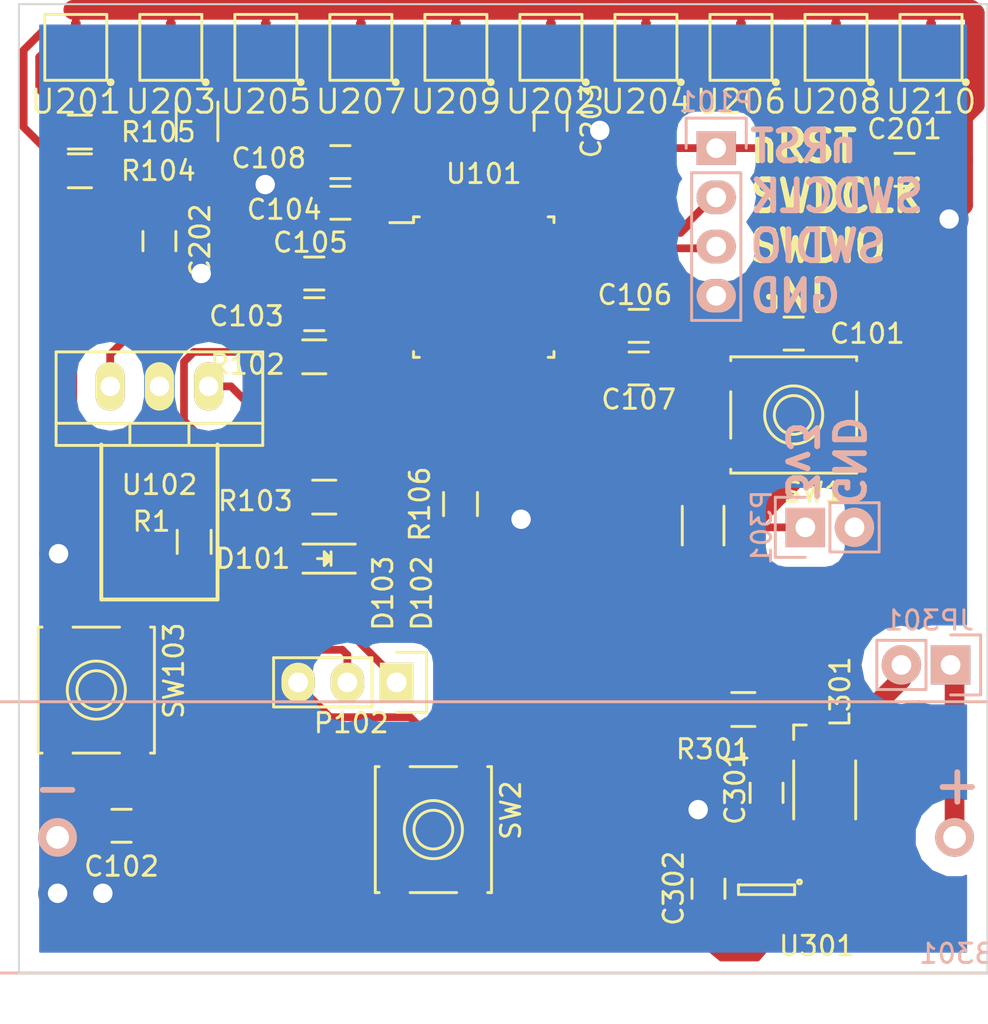
<source format=kicad_pcb>
(kicad_pcb (version 4) (host pcbnew 4.0.5)

  (general
    (links 116)
    (no_connects 1)
    (area 140.454287 56.315 197.575709 110.929428)
    (thickness 1.6)
    (drawings 7)
    (tracks 389)
    (zones 0)
    (modules 47)
    (nets 83)
  )

  (page A4)
  (layers
    (0 Top_Copper signal)
    (31 Bottom_Copper signal hide)
    (32 B.Adhes user)
    (33 F.Adhes user)
    (34 B.Paste user)
    (35 F.Paste user)
    (36 B.SilkS user hide)
    (37 F.SilkS user)
    (38 B.Mask user)
    (39 F.Mask user)
    (40 Dwgs.User user)
    (41 Cmts.User user)
    (42 Eco1.User user)
    (43 Eco2.User user)
    (44 Edge.Cuts user)
    (45 Margin user)
    (46 B.CrtYd user)
    (47 F.CrtYd user)
    (48 B.Fab user)
    (49 F.Fab user)
  )

  (setup
    (last_trace_width 0.1524)
    (user_trace_width 0.1524)
    (user_trace_width 0.3048)
    (user_trace_width 0.4)
    (user_trace_width 0.79375)
    (user_trace_width 1.016)
    (trace_clearance 0.1524)
    (zone_clearance 1)
    (zone_45_only no)
    (trace_min 0.1524)
    (segment_width 0.2)
    (edge_width 0.15)
    (via_size 2)
    (via_drill 1)
    (via_min_size 0.6858)
    (via_min_drill 0.3302)
    (uvia_size 25.4)
    (uvia_drill 0)
    (uvias_allowed no)
    (uvia_min_size 0)
    (uvia_min_drill 0)
    (pcb_text_width 0.3)
    (pcb_text_size 1.5 1.5)
    (mod_edge_width 0.15)
    (mod_text_size 1 1)
    (mod_text_width 0.15)
    (pad_size 2.49936 1.50114)
    (pad_drill 1.00076)
    (pad_to_mask_clearance 0.2)
    (aux_axis_origin 0 0)
    (visible_elements FFFFFF7F)
    (pcbplotparams
      (layerselection 0x01030_80000001)
      (usegerberextensions true)
      (excludeedgelayer true)
      (linewidth 0.100000)
      (plotframeref false)
      (viasonmask false)
      (mode 1)
      (useauxorigin false)
      (hpglpennumber 1)
      (hpglpenspeed 20)
      (hpglpendiameter 15)
      (hpglpenoverlay 2)
      (psnegative false)
      (psa4output false)
      (plotreference true)
      (plotvalue true)
      (plotinvisibletext false)
      (padsonsilk false)
      (subtractmaskfromsilk false)
      (outputformat 1)
      (mirror false)
      (drillshape 0)
      (scaleselection 1)
      (outputdirectory gerbers-two))
  )

  (net 0 "")
  (net 1 GND)
  (net 2 +BATT)
  (net 3 /nRST)
  (net 4 /USER_BUTTON)
  (net 5 +3V3)
  (net 6 /Power/VIN)
  (net 7 "Net-(D101-Pad2)")
  (net 8 "Net-(D102-Pad1)")
  (net 9 /IR_TX)
  (net 10 "Net-(D103-Pad1)")
  (net 11 "Net-(L301-Pad2)")
  (net 12 /SWDCLK)
  (net 13 /SWDIO)
  (net 14 /USER_LED)
  (net 15 /LEDArray/MOSI-IN)
  (net 16 /LED_MOSI)
  (net 17 /LEDArray/SCK-IN)
  (net 18 /LED_CLK)
  (net 19 "Net-(R301-Pad2)")
  (net 20 "Net-(U101-Pad2)")
  (net 21 "Net-(U101-Pad3)")
  (net 22 "Net-(U101-Pad10)")
  (net 23 /IR_RX)
  (net 24 "Net-(U101-Pad12)")
  (net 25 "Net-(U101-Pad14)")
  (net 26 "Net-(U101-Pad15)")
  (net 27 "Net-(U101-Pad18)")
  (net 28 "Net-(U101-Pad19)")
  (net 29 "Net-(U101-Pad20)")
  (net 30 "Net-(U101-Pad21)")
  (net 31 "Net-(U101-Pad22)")
  (net 32 "Net-(U101-Pad25)")
  (net 33 "Net-(U101-Pad27)")
  (net 34 "Net-(U101-Pad29)")
  (net 35 "Net-(U101-Pad30)")
  (net 36 "Net-(U201-Pad2)")
  (net 37 "Net-(U201-Pad3)")
  (net 38 "Net-(U202-Pad5)")
  (net 39 "Net-(U202-Pad2)")
  (net 40 "Net-(U202-Pad4)")
  (net 41 "Net-(U202-Pad3)")
  (net 42 "Net-(U203-Pad2)")
  (net 43 "Net-(U203-Pad3)")
  (net 44 "Net-(U204-Pad2)")
  (net 45 "Net-(U204-Pad3)")
  (net 46 "Net-(U205-Pad2)")
  (net 47 "Net-(U205-Pad3)")
  (net 48 "Net-(U206-Pad2)")
  (net 49 "Net-(U206-Pad3)")
  (net 50 "Net-(U207-Pad2)")
  (net 51 "Net-(U207-Pad3)")
  (net 52 "Net-(U208-Pad2)")
  (net 53 "Net-(U208-Pad3)")
  (net 54 /LEDArray/SCK-OUT)
  (net 55 /LEDArray/MOSI-OUT)
  (net 56 "Net-(U301-Pad3)")
  (net 57 "Net-(R1-Pad1)")
  (net 58 /USART2_TX)
  (net 59 /USART2_RX)
  (net 60 "Net-(SW1-Pad4)")
  (net 61 "Net-(SW2-Pad1)")
  (net 62 "Net-(U201-Pad6)")
  (net 63 "Net-(U201-Pad1)")
  (net 64 "Net-(U202-Pad6)")
  (net 65 "Net-(U202-Pad1)")
  (net 66 "Net-(U203-Pad6)")
  (net 67 "Net-(U203-Pad1)")
  (net 68 "Net-(U204-Pad6)")
  (net 69 "Net-(U204-Pad1)")
  (net 70 "Net-(U205-Pad6)")
  (net 71 "Net-(U205-Pad1)")
  (net 72 "Net-(U206-Pad6)")
  (net 73 "Net-(U206-Pad1)")
  (net 74 "Net-(U207-Pad6)")
  (net 75 "Net-(U207-Pad1)")
  (net 76 "Net-(U208-Pad6)")
  (net 77 "Net-(U208-Pad1)")
  (net 78 "Net-(U209-Pad6)")
  (net 79 "Net-(U209-Pad1)")
  (net 80 "Net-(U210-Pad6)")
  (net 81 "Net-(U210-Pad1)")
  (net 82 "Net-(SW1-Pad1)")

  (net_class Default "This is the default net class."
    (clearance 0.1524)
    (trace_width 0.1524)
    (via_dia 2)
    (via_drill 1)
    (uvia_dia 25.4)
    (uvia_drill 0)
    (add_net +3V3)
    (add_net +BATT)
    (add_net /IR_RX)
    (add_net /IR_TX)
    (add_net /LEDArray/MOSI-IN)
    (add_net /LEDArray/MOSI-OUT)
    (add_net /LEDArray/SCK-IN)
    (add_net /LEDArray/SCK-OUT)
    (add_net /LED_CLK)
    (add_net /LED_MOSI)
    (add_net /Power/VIN)
    (add_net /SWDCLK)
    (add_net /SWDIO)
    (add_net /USART2_RX)
    (add_net /USART2_TX)
    (add_net /USER_BUTTON)
    (add_net /USER_LED)
    (add_net /nRST)
    (add_net GND)
    (add_net "Net-(D101-Pad2)")
    (add_net "Net-(D102-Pad1)")
    (add_net "Net-(D103-Pad1)")
    (add_net "Net-(L301-Pad2)")
    (add_net "Net-(R1-Pad1)")
    (add_net "Net-(R301-Pad2)")
    (add_net "Net-(SW1-Pad1)")
    (add_net "Net-(SW1-Pad4)")
    (add_net "Net-(SW2-Pad1)")
    (add_net "Net-(U101-Pad10)")
    (add_net "Net-(U101-Pad12)")
    (add_net "Net-(U101-Pad14)")
    (add_net "Net-(U101-Pad15)")
    (add_net "Net-(U101-Pad18)")
    (add_net "Net-(U101-Pad19)")
    (add_net "Net-(U101-Pad2)")
    (add_net "Net-(U101-Pad20)")
    (add_net "Net-(U101-Pad21)")
    (add_net "Net-(U101-Pad22)")
    (add_net "Net-(U101-Pad25)")
    (add_net "Net-(U101-Pad27)")
    (add_net "Net-(U101-Pad29)")
    (add_net "Net-(U101-Pad3)")
    (add_net "Net-(U101-Pad30)")
    (add_net "Net-(U201-Pad1)")
    (add_net "Net-(U201-Pad2)")
    (add_net "Net-(U201-Pad3)")
    (add_net "Net-(U201-Pad6)")
    (add_net "Net-(U202-Pad1)")
    (add_net "Net-(U202-Pad2)")
    (add_net "Net-(U202-Pad3)")
    (add_net "Net-(U202-Pad4)")
    (add_net "Net-(U202-Pad5)")
    (add_net "Net-(U202-Pad6)")
    (add_net "Net-(U203-Pad1)")
    (add_net "Net-(U203-Pad2)")
    (add_net "Net-(U203-Pad3)")
    (add_net "Net-(U203-Pad6)")
    (add_net "Net-(U204-Pad1)")
    (add_net "Net-(U204-Pad2)")
    (add_net "Net-(U204-Pad3)")
    (add_net "Net-(U204-Pad6)")
    (add_net "Net-(U205-Pad1)")
    (add_net "Net-(U205-Pad2)")
    (add_net "Net-(U205-Pad3)")
    (add_net "Net-(U205-Pad6)")
    (add_net "Net-(U206-Pad1)")
    (add_net "Net-(U206-Pad2)")
    (add_net "Net-(U206-Pad3)")
    (add_net "Net-(U206-Pad6)")
    (add_net "Net-(U207-Pad1)")
    (add_net "Net-(U207-Pad2)")
    (add_net "Net-(U207-Pad3)")
    (add_net "Net-(U207-Pad6)")
    (add_net "Net-(U208-Pad1)")
    (add_net "Net-(U208-Pad2)")
    (add_net "Net-(U208-Pad3)")
    (add_net "Net-(U208-Pad6)")
    (add_net "Net-(U209-Pad1)")
    (add_net "Net-(U209-Pad6)")
    (add_net "Net-(U210-Pad1)")
    (add_net "Net-(U210-Pad6)")
    (add_net "Net-(U301-Pad3)")
  )

  (net_class General ""
    (clearance 0.4)
    (trace_width 0.4)
    (via_dia 0.6858)
    (via_drill 0.3302)
    (uvia_dia 25.4)
    (uvia_drill 0)
  )

  (module Resistors_SMD:R_1206 (layer Top_Copper) (tedit 589FBA07) (tstamp 58A5E112)
    (at 179.324 84.91 90)
    (descr "Resistor SMD 1206, reflow soldering, Vishay (see dcrcw.pdf)")
    (tags "resistor 1206")
    (attr smd)
    (fp_text reference REFa** (at 0 -2.3 90) (layer F.SilkS) hide
      (effects (font (size 1 1) (thickness 0.15)))
    )
    (fp_text value R_1206 (at -0.053 -1.778 270) (layer F.Fab)
      (effects (font (size 1 1) (thickness 0.15)))
    )
    (fp_line (start -2.2 -1.2) (end 2.2 -1.2) (layer F.CrtYd) (width 0.05))
    (fp_line (start -2.2 1.2) (end 2.2 1.2) (layer F.CrtYd) (width 0.05))
    (fp_line (start -2.2 -1.2) (end -2.2 1.2) (layer F.CrtYd) (width 0.05))
    (fp_line (start 2.2 -1.2) (end 2.2 1.2) (layer F.CrtYd) (width 0.05))
    (fp_line (start 1 1.075) (end -1 1.075) (layer F.SilkS) (width 0.15))
    (fp_line (start -1 -1.075) (end 1 -1.075) (layer F.SilkS) (width 0.15))
    (pad 1 smd rect (at -1.45 0 90) (size 0.9 1.7) (layers Top_Copper F.Paste F.Mask)
      (net 1 GND))
    (pad 1 smd rect (at 1.45 0 90) (size 0.9 1.7) (layers Top_Copper F.Paste F.Mask)
      (net 1 GND))
    (model Resistors_SMD.3dshapes/R_1206.wrl
      (at (xyz 0 0 0))
      (scale (xyz 1 1 1))
      (rotate (xyz 0 0 0))
    )
  )

  (module Capacitors_SMD:C_0805 (layer Top_Copper) (tedit 5415D6EA) (tstamp 589F9BEE)
    (at 160.6 66.15 180)
    (descr "Capacitor SMD 0805, reflow soldering, AVX (see smccp.pdf)")
    (tags "capacitor 0805")
    (path /589FBA2B)
    (attr smd)
    (fp_text reference C108 (at 3.7 0.2 360) (layer F.SilkS)
      (effects (font (size 1 1) (thickness 0.15)))
    )
    (fp_text value 100nF (at 1.25 3.25 270) (layer F.Fab)
      (effects (font (size 1 1) (thickness 0.15)))
    )
    (fp_line (start -1.8 -1) (end 1.8 -1) (layer F.CrtYd) (width 0.05))
    (fp_line (start -1.8 1) (end 1.8 1) (layer F.CrtYd) (width 0.05))
    (fp_line (start -1.8 -1) (end -1.8 1) (layer F.CrtYd) (width 0.05))
    (fp_line (start 1.8 -1) (end 1.8 1) (layer F.CrtYd) (width 0.05))
    (fp_line (start 0.5 -0.85) (end -0.5 -0.85) (layer F.SilkS) (width 0.15))
    (fp_line (start -0.5 0.85) (end 0.5 0.85) (layer F.SilkS) (width 0.15))
    (pad 1 smd rect (at -1 0 180) (size 1 1.25) (layers Top_Copper F.Paste F.Mask)
      (net 5 +3V3))
    (pad 2 smd rect (at 1 0 180) (size 1 1.25) (layers Top_Copper F.Paste F.Mask)
      (net 1 GND))
    (model Capacitors_SMD.3dshapes/C_0805.wrl
      (at (xyz 0 0 0))
      (scale (xyz 1 1 1))
      (rotate (xyz 0 0 0))
    )
  )

  (module "Borgel Custom:TO-220_Neutral123_Vertical_LayDown" (layer Top_Copper) (tedit 0) (tstamp 589ADA81)
    (at 151.257 77.724 180)
    (descr "TO-220, Neutral, Vertical,")
    (tags "TO-220, Neutral, Vertical,")
    (path /589AB163)
    (fp_text reference U102 (at 0 -5.08 180) (layer F.SilkS)
      (effects (font (size 1 1) (thickness 0.15)))
    )
    (fp_text value TSSP58P38 (at 0.04 -3.5 180) (layer F.Fab)
      (effects (font (size 1 1) (thickness 0.15)))
    )
    (fp_line (start -3 -11) (end -3 -3) (layer F.SilkS) (width 0.2))
    (fp_line (start 3 -11) (end 3 -3) (layer F.SilkS) (width 0.2))
    (fp_line (start 3 -11) (end -3 -11) (layer F.SilkS) (width 0.2))
    (fp_line (start -1.524 -3.048) (end -1.524 -1.905) (layer F.SilkS) (width 0.15))
    (fp_line (start 1.524 -3.048) (end 1.524 -1.905) (layer F.SilkS) (width 0.15))
    (fp_line (start 5.334 -1.905) (end 5.334 1.778) (layer F.SilkS) (width 0.15))
    (fp_line (start 5.334 1.778) (end -5.334 1.778) (layer F.SilkS) (width 0.15))
    (fp_line (start -5.334 1.778) (end -5.334 -1.905) (layer F.SilkS) (width 0.15))
    (fp_line (start 5.334 -3.048) (end 5.334 -1.905) (layer F.SilkS) (width 0.15))
    (fp_line (start 5.334 -1.905) (end -5.334 -1.905) (layer F.SilkS) (width 0.15))
    (fp_line (start -5.334 -1.905) (end -5.334 -3.048) (layer F.SilkS) (width 0.15))
    (fp_line (start 0 -3.048) (end -5.334 -3.048) (layer F.SilkS) (width 0.15))
    (fp_line (start 0 -3.048) (end 5.334 -3.048) (layer F.SilkS) (width 0.15))
    (pad 2 thru_hole oval (at 0 0 270) (size 2.49936 1.50114) (drill 1.00076) (layers *.Cu *.Mask F.SilkS)
      (net 1 GND))
    (pad 1 thru_hole oval (at -2.54 0 270) (size 2.49936 1.50114) (drill 1.00076) (layers *.Cu *.Mask F.SilkS)
      (net 23 /IR_RX))
    (pad 3 thru_hole oval (at 2.54 0 270) (size 2.49936 1.50114) (drill 1.00076) (layers *.Cu *.Mask F.SilkS)
      (net 5 +3V3))
    (model TO_SOT_Packages_THT.3dshapes/TO-220_Neutral123_Vertical.wrl
      (at (xyz 0 0 0))
      (scale (xyz 0.3937 0.3937 0.3937))
      (rotate (xyz 0 0 0))
    )
  )

  (module Resistors_SMD:R_1206 (layer Top_Copper) (tedit 589FB964) (tstamp 589FA8C2)
    (at 153.2 64.05 90)
    (descr "Resistor SMD 1206, reflow soldering, Vishay (see dcrcw.pdf)")
    (tags "resistor 1206")
    (attr smd)
    (fp_text reference REFt** (at 0 -2.3 90) (layer F.SilkS) hide
      (effects (font (size 1 1) (thickness 0.15)))
    )
    (fp_text value R_1206 (at 1.4 -4.2 180) (layer F.Fab)
      (effects (font (size 1 1) (thickness 0.15)))
    )
    (fp_line (start -2.2 -1.2) (end 2.2 -1.2) (layer F.CrtYd) (width 0.05))
    (fp_line (start -2.2 1.2) (end 2.2 1.2) (layer F.CrtYd) (width 0.05))
    (fp_line (start -2.2 -1.2) (end -2.2 1.2) (layer F.CrtYd) (width 0.05))
    (fp_line (start 2.2 -1.2) (end 2.2 1.2) (layer F.CrtYd) (width 0.05))
    (fp_line (start 1 1.075) (end -1 1.075) (layer F.SilkS) (width 0.15))
    (fp_line (start -1 -1.075) (end 1 -1.075) (layer F.SilkS) (width 0.15))
    (pad 1 smd rect (at -1.45 0 90) (size 0.9 1.7) (layers Top_Copper F.Paste F.Mask)
      (net 5 +3V3))
    (pad 2 smd rect (at 1.45 0 90) (size 0.9 1.7) (layers Top_Copper F.Paste F.Mask)
      (net 5 +3V3))
    (model Resistors_SMD.3dshapes/R_1206.wrl
      (at (xyz 0 0 0))
      (scale (xyz 1 1 1))
      (rotate (xyz 0 0 0))
    )
  )

  (module "Borgel Custom:BCAAAPC" locked (layer Bottom_Copper) (tedit 58313D6F) (tstamp 589AB594)
    (at 168.9 101 180)
    (path /589ACC17/589ACFC3)
    (fp_text reference B301 (at -23.5 -6 180) (layer B.SilkS)
      (effects (font (size 1 1) (thickness 0.15)) (justify mirror))
    )
    (fp_text value BCAAAPC (at 0 6 180) (layer B.Fab)
      (effects (font (size 1 1) (thickness 0.15)) (justify mirror))
    )
    (fp_text user - (at 22.9 2.6 180) (layer B.SilkS)
      (effects (font (size 2 2) (thickness 0.3)) (justify mirror))
    )
    (fp_text user + (at -23.4 2.6 450) (layer B.SilkS)
      (effects (font (size 2 2) (thickness 0.3)) (justify mirror))
    )
    (fp_line (start -26 7) (end 26 7) (layer B.SilkS) (width 0.15))
    (fp_line (start 26 7) (end 26 -7) (layer B.SilkS) (width 0.15))
    (fp_line (start 26 -7) (end -26 -7) (layer B.SilkS) (width 0.15))
    (fp_line (start -26 -7) (end -26 7) (layer B.SilkS) (width 0.15))
    (pad 2 thru_hole circle (at 22.9 0 180) (size 2 2) (drill 1.17) (layers *.Cu *.Mask B.SilkS)
      (net 1 GND))
    (pad 1 thru_hole circle (at -23.405 0 180) (size 2 2) (drill 1.17) (layers *.Cu *.Mask B.SilkS)
      (net 2 +BATT))
  )

  (module Capacitors_SMD:C_0805 (layer Top_Copper) (tedit 5415D6EA) (tstamp 589AB59A)
    (at 184 75 180)
    (descr "Capacitor SMD 0805, reflow soldering, AVX (see smccp.pdf)")
    (tags "capacitor 0805")
    (path /58732502)
    (attr smd)
    (fp_text reference C101 (at -3.8 0 180) (layer F.SilkS)
      (effects (font (size 1 1) (thickness 0.15)))
    )
    (fp_text value 0.1µF (at -4.2 0.2 180) (layer F.Fab)
      (effects (font (size 1 1) (thickness 0.15)))
    )
    (fp_line (start -1.8 -1) (end 1.8 -1) (layer F.CrtYd) (width 0.05))
    (fp_line (start -1.8 1) (end 1.8 1) (layer F.CrtYd) (width 0.05))
    (fp_line (start -1.8 -1) (end -1.8 1) (layer F.CrtYd) (width 0.05))
    (fp_line (start 1.8 -1) (end 1.8 1) (layer F.CrtYd) (width 0.05))
    (fp_line (start 0.5 -0.85) (end -0.5 -0.85) (layer F.SilkS) (width 0.15))
    (fp_line (start -0.5 0.85) (end 0.5 0.85) (layer F.SilkS) (width 0.15))
    (pad 1 smd rect (at -1 0 180) (size 1 1.25) (layers Top_Copper F.Paste F.Mask)
      (net 3 /nRST))
    (pad 2 smd rect (at 1 0 180) (size 1 1.25) (layers Top_Copper F.Paste F.Mask)
      (net 1 GND))
    (model Capacitors_SMD.3dshapes/C_0805.wrl
      (at (xyz 0 0 0))
      (scale (xyz 1 1 1))
      (rotate (xyz 0 0 0))
    )
  )

  (module Capacitors_SMD:C_0805 (layer Top_Copper) (tedit 5415D6EA) (tstamp 589AB5A0)
    (at 149.3 100.4 180)
    (descr "Capacitor SMD 0805, reflow soldering, AVX (see smccp.pdf)")
    (tags "capacitor 0805")
    (path /589AE0EE)
    (attr smd)
    (fp_text reference C102 (at 0 -2.1 180) (layer F.SilkS)
      (effects (font (size 1 1) (thickness 0.15)))
    )
    (fp_text value 0.1µF (at 0 2.1 180) (layer F.Fab)
      (effects (font (size 1 1) (thickness 0.15)))
    )
    (fp_line (start -1.8 -1) (end 1.8 -1) (layer F.CrtYd) (width 0.05))
    (fp_line (start -1.8 1) (end 1.8 1) (layer F.CrtYd) (width 0.05))
    (fp_line (start -1.8 -1) (end -1.8 1) (layer F.CrtYd) (width 0.05))
    (fp_line (start 1.8 -1) (end 1.8 1) (layer F.CrtYd) (width 0.05))
    (fp_line (start 0.5 -0.85) (end -0.5 -0.85) (layer F.SilkS) (width 0.15))
    (fp_line (start -0.5 0.85) (end 0.5 0.85) (layer F.SilkS) (width 0.15))
    (pad 1 smd rect (at -1 0 180) (size 1 1.25) (layers Top_Copper F.Paste F.Mask)
      (net 4 /USER_BUTTON))
    (pad 2 smd rect (at 1 0 180) (size 1 1.25) (layers Top_Copper F.Paste F.Mask)
      (net 1 GND))
    (model Capacitors_SMD.3dshapes/C_0805.wrl
      (at (xyz 0 0 0))
      (scale (xyz 1 1 1))
      (rotate (xyz 0 0 0))
    )
  )

  (module Capacitors_SMD:C_0805 (layer Top_Copper) (tedit 5415D6EA) (tstamp 589AB5A6)
    (at 159.25 74 180)
    (descr "Capacitor SMD 0805, reflow soldering, AVX (see smccp.pdf)")
    (tags "capacitor 0805")
    (path /586F1879)
    (attr smd)
    (fp_text reference C103 (at 3.5 -0.1 180) (layer F.SilkS)
      (effects (font (size 1 1) (thickness 0.15)))
    )
    (fp_text value 10nF (at 3.5 0 180) (layer F.Fab)
      (effects (font (size 1 1) (thickness 0.15)))
    )
    (fp_line (start -1.8 -1) (end 1.8 -1) (layer F.CrtYd) (width 0.05))
    (fp_line (start -1.8 1) (end 1.8 1) (layer F.CrtYd) (width 0.05))
    (fp_line (start -1.8 -1) (end -1.8 1) (layer F.CrtYd) (width 0.05))
    (fp_line (start 1.8 -1) (end 1.8 1) (layer F.CrtYd) (width 0.05))
    (fp_line (start 0.5 -0.85) (end -0.5 -0.85) (layer F.SilkS) (width 0.15))
    (fp_line (start -0.5 0.85) (end 0.5 0.85) (layer F.SilkS) (width 0.15))
    (pad 1 smd rect (at -1 0 180) (size 1 1.25) (layers Top_Copper F.Paste F.Mask)
      (net 5 +3V3))
    (pad 2 smd rect (at 1 0 180) (size 1 1.25) (layers Top_Copper F.Paste F.Mask)
      (net 1 GND))
    (model Capacitors_SMD.3dshapes/C_0805.wrl
      (at (xyz 0 0 0))
      (scale (xyz 1 1 1))
      (rotate (xyz 0 0 0))
    )
  )

  (module Capacitors_SMD:C_0805 (layer Top_Copper) (tedit 5415D6EA) (tstamp 589AB5AC)
    (at 160.6 68.25 180)
    (descr "Capacitor SMD 0805, reflow soldering, AVX (see smccp.pdf)")
    (tags "capacitor 0805")
    (path /586F18C6)
    (attr smd)
    (fp_text reference C104 (at 2.9 -0.35 180) (layer F.SilkS)
      (effects (font (size 1 1) (thickness 0.15)))
    )
    (fp_text value 10µF (at 4.1 -0.05 360) (layer F.Fab)
      (effects (font (size 1 1) (thickness 0.15)))
    )
    (fp_line (start -1.8 -1) (end 1.8 -1) (layer F.CrtYd) (width 0.05))
    (fp_line (start -1.8 1) (end 1.8 1) (layer F.CrtYd) (width 0.05))
    (fp_line (start -1.8 -1) (end -1.8 1) (layer F.CrtYd) (width 0.05))
    (fp_line (start 1.8 -1) (end 1.8 1) (layer F.CrtYd) (width 0.05))
    (fp_line (start 0.5 -0.85) (end -0.5 -0.85) (layer F.SilkS) (width 0.15))
    (fp_line (start -0.5 0.85) (end 0.5 0.85) (layer F.SilkS) (width 0.15))
    (pad 1 smd rect (at -1 0 180) (size 1 1.25) (layers Top_Copper F.Paste F.Mask)
      (net 5 +3V3))
    (pad 2 smd rect (at 1 0 180) (size 1 1.25) (layers Top_Copper F.Paste F.Mask)
      (net 1 GND))
    (model Capacitors_SMD.3dshapes/C_0805.wrl
      (at (xyz 0 0 0))
      (scale (xyz 1 1 1))
      (rotate (xyz 0 0 0))
    )
  )

  (module Capacitors_SMD:C_0805 (layer Top_Copper) (tedit 5415D6EA) (tstamp 589AB5B2)
    (at 159.25 71.9 180)
    (descr "Capacitor SMD 0805, reflow soldering, AVX (see smccp.pdf)")
    (tags "capacitor 0805")
    (path /586F1A40)
    (attr smd)
    (fp_text reference C105 (at 0.2 1.6 180) (layer F.SilkS)
      (effects (font (size 1 1) (thickness 0.15)))
    )
    (fp_text value 1µF (at 3.2 -0.2 180) (layer F.Fab)
      (effects (font (size 1 1) (thickness 0.15)))
    )
    (fp_line (start -1.8 -1) (end 1.8 -1) (layer F.CrtYd) (width 0.05))
    (fp_line (start -1.8 1) (end 1.8 1) (layer F.CrtYd) (width 0.05))
    (fp_line (start -1.8 -1) (end -1.8 1) (layer F.CrtYd) (width 0.05))
    (fp_line (start 1.8 -1) (end 1.8 1) (layer F.CrtYd) (width 0.05))
    (fp_line (start 0.5 -0.85) (end -0.5 -0.85) (layer F.SilkS) (width 0.15))
    (fp_line (start -0.5 0.85) (end 0.5 0.85) (layer F.SilkS) (width 0.15))
    (pad 1 smd rect (at -1 0 180) (size 1 1.25) (layers Top_Copper F.Paste F.Mask)
      (net 5 +3V3))
    (pad 2 smd rect (at 1 0 180) (size 1 1.25) (layers Top_Copper F.Paste F.Mask)
      (net 1 GND))
    (model Capacitors_SMD.3dshapes/C_0805.wrl
      (at (xyz 0 0 0))
      (scale (xyz 1 1 1))
      (rotate (xyz 0 0 0))
    )
  )

  (module Capacitors_SMD:C_0805_HandSoldering (layer Top_Copper) (tedit 541A9B8D) (tstamp 589AB5B8)
    (at 182.6 98.7 270)
    (descr "Capacitor SMD 0805, hand soldering")
    (tags "capacitor 0805")
    (path /589ACC17/589ACFA6)
    (attr smd)
    (fp_text reference C301 (at -0.275 1.625 270) (layer F.SilkS)
      (effects (font (size 1 1) (thickness 0.15)))
    )
    (fp_text value 4.7uF (at -0.148 1.625 270) (layer F.Fab)
      (effects (font (size 1 1) (thickness 0.15)))
    )
    (fp_line (start -2.3 -1) (end 2.3 -1) (layer F.CrtYd) (width 0.05))
    (fp_line (start -2.3 1) (end 2.3 1) (layer F.CrtYd) (width 0.05))
    (fp_line (start -2.3 -1) (end -2.3 1) (layer F.CrtYd) (width 0.05))
    (fp_line (start 2.3 -1) (end 2.3 1) (layer F.CrtYd) (width 0.05))
    (fp_line (start 0.5 -0.85) (end -0.5 -0.85) (layer F.SilkS) (width 0.15))
    (fp_line (start -0.5 0.85) (end 0.5 0.85) (layer F.SilkS) (width 0.15))
    (pad 1 smd rect (at -1.25 0 270) (size 1.5 1.25) (layers Top_Copper F.Paste F.Mask)
      (net 6 /Power/VIN))
    (pad 2 smd rect (at 1.25 0 270) (size 1.5 1.25) (layers Top_Copper F.Paste F.Mask)
      (net 1 GND))
    (model Capacitors_SMD.3dshapes/C_0805_HandSoldering.wrl
      (at (xyz 0 0 0))
      (scale (xyz 1 1 1))
      (rotate (xyz 0 0 0))
    )
  )

  (module Capacitors_SMD:C_0805_HandSoldering (layer Top_Copper) (tedit 541A9B8D) (tstamp 589AB5BE)
    (at 179.6 103.65 90)
    (descr "Capacitor SMD 0805, hand soldering")
    (tags "capacitor 0805")
    (path /589ACC17/589ACFA7)
    (attr smd)
    (fp_text reference C302 (at 0.018 -1.8 90) (layer F.SilkS)
      (effects (font (size 1 1) (thickness 0.15)))
    )
    (fp_text value 4.7uF (at -4.808 -2.181 90) (layer F.Fab)
      (effects (font (size 1 1) (thickness 0.15)))
    )
    (fp_line (start -2.3 -1) (end 2.3 -1) (layer F.CrtYd) (width 0.05))
    (fp_line (start -2.3 1) (end 2.3 1) (layer F.CrtYd) (width 0.05))
    (fp_line (start -2.3 -1) (end -2.3 1) (layer F.CrtYd) (width 0.05))
    (fp_line (start 2.3 -1) (end 2.3 1) (layer F.CrtYd) (width 0.05))
    (fp_line (start 0.5 -0.85) (end -0.5 -0.85) (layer F.SilkS) (width 0.15))
    (fp_line (start -0.5 0.85) (end 0.5 0.85) (layer F.SilkS) (width 0.15))
    (pad 1 smd rect (at -1.25 0 90) (size 1.5 1.25) (layers Top_Copper F.Paste F.Mask)
      (net 5 +3V3))
    (pad 2 smd rect (at 1.25 0 90) (size 1.5 1.25) (layers Top_Copper F.Paste F.Mask)
      (net 1 GND))
    (model Capacitors_SMD.3dshapes/C_0805_HandSoldering.wrl
      (at (xyz 0 0 0))
      (scale (xyz 1 1 1))
      (rotate (xyz 0 0 0))
    )
  )

  (module LEDs:LED_0805 (layer Top_Copper) (tedit 55BDE1C2) (tstamp 589AB5C4)
    (at 159.766 86.614 180)
    (descr "LED 0805 smd package")
    (tags "LED 0805 SMD")
    (path /589AB5E7)
    (attr smd)
    (fp_text reference D101 (at 3.683 0 180) (layer F.SilkS)
      (effects (font (size 1 1) (thickness 0.15)))
    )
    (fp_text value USER_LED (at 0.254 -1.651 180) (layer F.Fab)
      (effects (font (size 1 1) (thickness 0.15)))
    )
    (fp_line (start -1.6 0.75) (end 1.1 0.75) (layer F.SilkS) (width 0.15))
    (fp_line (start -1.6 -0.75) (end 1.1 -0.75) (layer F.SilkS) (width 0.15))
    (fp_line (start -0.1 0.15) (end -0.1 -0.1) (layer F.SilkS) (width 0.15))
    (fp_line (start -0.1 -0.1) (end -0.25 0.05) (layer F.SilkS) (width 0.15))
    (fp_line (start -0.35 -0.35) (end -0.35 0.35) (layer F.SilkS) (width 0.15))
    (fp_line (start 0 0) (end 0.35 0) (layer F.SilkS) (width 0.15))
    (fp_line (start -0.35 0) (end 0 -0.35) (layer F.SilkS) (width 0.15))
    (fp_line (start 0 -0.35) (end 0 0.35) (layer F.SilkS) (width 0.15))
    (fp_line (start 0 0.35) (end -0.35 0) (layer F.SilkS) (width 0.15))
    (fp_line (start 1.9 -0.95) (end 1.9 0.95) (layer F.CrtYd) (width 0.05))
    (fp_line (start 1.9 0.95) (end -1.9 0.95) (layer F.CrtYd) (width 0.05))
    (fp_line (start -1.9 0.95) (end -1.9 -0.95) (layer F.CrtYd) (width 0.05))
    (fp_line (start -1.9 -0.95) (end 1.9 -0.95) (layer F.CrtYd) (width 0.05))
    (pad 2 smd rect (at 1.04902 0) (size 1.19888 1.19888) (layers Top_Copper F.Paste F.Mask)
      (net 7 "Net-(D101-Pad2)"))
    (pad 1 smd rect (at -1.04902 0) (size 1.19888 1.19888) (layers Top_Copper F.Paste F.Mask)
      (net 1 GND))
    (model LEDs.3dshapes/LED_0805.wrl
      (at (xyz 0 0 0))
      (scale (xyz 1 1 1))
      (rotate (xyz 0 0 0))
    )
  )

  (module "Borgel Custom:Everlight-IR12-21C-TR8" (layer Top_Copper) (tedit 589ABF58) (tstamp 589AB5CA)
    (at 164.8 83.8 90)
    (path /589AB08F)
    (fp_text reference D102 (at -4.6 0 90) (layer F.SilkS)
      (effects (font (size 1 1) (thickness 0.15)))
    )
    (fp_text value IR12-21C/TR8 (at 1 -2 90) (layer F.Fab) hide
      (effects (font (size 1 1) (thickness 0.15)))
    )
    (pad 1 smd rect (at -1.4 0 90) (size 1 1) (layers Top_Copper F.Paste F.Mask)
      (net 8 "Net-(D102-Pad1)"))
    (pad 2 smd rect (at 1.4 0 90) (size 1 1) (layers Top_Copper F.Paste F.Mask)
      (net 9 /IR_TX))
  )

  (module "Borgel Custom:Everlight-IR12-21C-TR8" (layer Top_Copper) (tedit 5873140F) (tstamp 589AB5D0)
    (at 162.8 83.8 270)
    (path /589AB112)
    (fp_text reference D103 (at 4.6 0 270) (layer F.SilkS)
      (effects (font (size 1 1) (thickness 0.15)))
    )
    (fp_text value IR12-21C/TR8 (at 2.9 -6.3 540) (layer F.Fab)
      (effects (font (size 1 1) (thickness 0.15)))
    )
    (pad 1 smd rect (at -1.4 0 270) (size 1 1) (layers Top_Copper F.Paste F.Mask)
      (net 10 "Net-(D103-Pad1)"))
    (pad 2 smd rect (at 1.4 0 270) (size 1 1) (layers Top_Copper F.Paste F.Mask)
      (net 8 "Net-(D102-Pad1)"))
  )

  (module Socket_Strips:Socket_Strip_Straight_1x02 (layer Bottom_Copper) (tedit 54E9F75E) (tstamp 589AB5D6)
    (at 192.1 92.1 180)
    (descr "Through hole socket strip")
    (tags "socket strip")
    (path /589ACC17/589ACFA5)
    (fp_text reference JP301 (at 1.1 2.3 180) (layer B.SilkS)
      (effects (font (size 1 1) (thickness 0.15)) (justify mirror))
    )
    (fp_text value JP_POWER (at 0 3.1 180) (layer B.Fab)
      (effects (font (size 1 1) (thickness 0.15)) (justify mirror))
    )
    (fp_line (start -1.55 -1.55) (end 0 -1.55) (layer B.SilkS) (width 0.15))
    (fp_line (start 3.81 -1.27) (end 1.27 -1.27) (layer B.SilkS) (width 0.15))
    (fp_line (start -1.75 1.75) (end -1.75 -1.75) (layer B.CrtYd) (width 0.05))
    (fp_line (start 4.3 1.75) (end 4.3 -1.75) (layer B.CrtYd) (width 0.05))
    (fp_line (start -1.75 1.75) (end 4.3 1.75) (layer B.CrtYd) (width 0.05))
    (fp_line (start -1.75 -1.75) (end 4.3 -1.75) (layer B.CrtYd) (width 0.05))
    (fp_line (start 1.27 -1.27) (end 1.27 1.27) (layer B.SilkS) (width 0.15))
    (fp_line (start 0 1.55) (end -1.55 1.55) (layer B.SilkS) (width 0.15))
    (fp_line (start -1.55 1.55) (end -1.55 -1.55) (layer B.SilkS) (width 0.15))
    (fp_line (start 1.27 1.27) (end 3.81 1.27) (layer B.SilkS) (width 0.15))
    (fp_line (start 3.81 1.27) (end 3.81 -1.27) (layer B.SilkS) (width 0.15))
    (pad 1 thru_hole rect (at 0 0 180) (size 2.032 2.032) (drill 1.016) (layers *.Cu *.Mask B.SilkS)
      (net 2 +BATT))
    (pad 2 thru_hole oval (at 2.54 0 180) (size 2.032 2.032) (drill 1.016) (layers *.Cu *.Mask B.SilkS)
      (net 6 /Power/VIN))
    (model Socket_Strips.3dshapes/Socket_Strip_Straight_1x02.wrl
      (at (xyz 0.05 0 0))
      (scale (xyz 1 1 1))
      (rotate (xyz 0 0 180))
    )
  )

  (module Inductors:Inductor_1212 (layer Top_Copper) (tedit 5652586A) (tstamp 589AB5DC)
    (at 185.6 98.55 270)
    (path /589ACC17/589ACFA8)
    (attr smd)
    (fp_text reference L301 (at -5.05 -0.8 270) (layer F.SilkS)
      (effects (font (size 1 1) (thickness 0.15)))
    )
    (fp_text value 4.7uH (at 0 -2.75 270) (layer F.Fab)
      (effects (font (size 1 1) (thickness 0.15)))
    )
    (fp_line (start -3.35 1.6) (end -3.35 0.95) (layer F.SilkS) (width 0.15))
    (fp_line (start -2.6 1.6) (end -3.35 1.6) (layer F.SilkS) (width 0.15))
    (fp_line (start -3.5 2) (end -3.5 -2) (layer F.CrtYd) (width 0.05))
    (fp_line (start 3.5 2) (end -3.5 2) (layer F.CrtYd) (width 0.05))
    (fp_line (start 3.5 -2) (end 3.5 2) (layer F.CrtYd) (width 0.05))
    (fp_line (start -3.5 -2) (end 3.5 -2) (layer F.CrtYd) (width 0.05))
    (fp_line (start 1.5 1.6) (end -1.5 1.6) (layer F.SilkS) (width 0.15))
    (fp_line (start -1.5 -1.6) (end 1.5 -1.6) (layer F.SilkS) (width 0.15))
    (pad 1 smd rect (at -1.75 0 270) (size 2.5 2.5) (layers Top_Copper F.Paste F.Mask)
      (net 6 /Power/VIN))
    (pad 2 smd rect (at 1.75 0 270) (size 2.5 2.5) (layers Top_Copper F.Paste F.Mask)
      (net 11 "Net-(L301-Pad2)"))
  )

  (module Pin_Headers:Pin_Header_Straight_1x04 (layer Bottom_Copper) (tedit 0) (tstamp 589AB5E4)
    (at 180 65.43 180)
    (descr "Through hole pin header")
    (tags "pin header")
    (path /587329F2)
    (fp_text reference P101 (at 0 2.38 180) (layer B.SilkS)
      (effects (font (size 1 1) (thickness 0.15)) (justify mirror))
    )
    (fp_text value PROG_HEADER (at 1.8 -3.57 450) (layer F.Fab)
      (effects (font (size 1 1) (thickness 0.15)))
    )
    (fp_line (start -1.75 1.75) (end -1.75 -9.4) (layer B.CrtYd) (width 0.05))
    (fp_line (start 1.75 1.75) (end 1.75 -9.4) (layer B.CrtYd) (width 0.05))
    (fp_line (start -1.75 1.75) (end 1.75 1.75) (layer B.CrtYd) (width 0.05))
    (fp_line (start -1.75 -9.4) (end 1.75 -9.4) (layer B.CrtYd) (width 0.05))
    (fp_line (start -1.27 -1.27) (end -1.27 -8.89) (layer B.SilkS) (width 0.15))
    (fp_line (start 1.27 -1.27) (end 1.27 -8.89) (layer B.SilkS) (width 0.15))
    (fp_line (start 1.55 1.55) (end 1.55 0) (layer B.SilkS) (width 0.15))
    (fp_line (start -1.27 -8.89) (end 1.27 -8.89) (layer B.SilkS) (width 0.15))
    (fp_line (start 1.27 -1.27) (end -1.27 -1.27) (layer B.SilkS) (width 0.15))
    (fp_line (start -1.55 0) (end -1.55 1.55) (layer B.SilkS) (width 0.15))
    (fp_line (start -1.55 1.55) (end 1.55 1.55) (layer B.SilkS) (width 0.15))
    (pad 1 thru_hole rect (at 0 0 180) (size 2.032 1.7272) (drill 1.016) (layers *.Cu *.Mask B.SilkS)
      (net 3 /nRST))
    (pad 2 thru_hole oval (at 0 -2.54 180) (size 2.032 1.7272) (drill 1.016) (layers *.Cu *.Mask B.SilkS)
      (net 12 /SWDCLK))
    (pad 3 thru_hole oval (at 0 -5.08 180) (size 2.032 1.7272) (drill 1.016) (layers *.Cu *.Mask B.SilkS)
      (net 13 /SWDIO))
    (pad 4 thru_hole oval (at 0 -7.62 180) (size 2.032 1.7272) (drill 1.016) (layers *.Cu *.Mask B.SilkS)
      (net 1 GND))
    (model Pin_Headers.3dshapes/Pin_Header_Straight_1x04.wrl
      (at (xyz 0 -0.15 0))
      (scale (xyz 1 1 1))
      (rotate (xyz 0 0 90))
    )
  )

  (module Pin_Headers:Pin_Header_Straight_1x02 (layer Bottom_Copper) (tedit 54EA090C) (tstamp 589AB5EA)
    (at 184.6 85 270)
    (descr "Through hole pin header")
    (tags "pin header")
    (path /589ACC17/589AE4C2)
    (fp_text reference P301 (at 0 2.25 270) (layer B.SilkS)
      (effects (font (size 1 1) (thickness 0.15)) (justify mirror))
    )
    (fp_text value DBG_PWR (at 1.8 -1.34 540) (layer F.Fab)
      (effects (font (size 1 1) (thickness 0.15)))
    )
    (fp_line (start 1.27 -1.27) (end 1.27 -3.81) (layer B.SilkS) (width 0.15))
    (fp_line (start 1.55 1.55) (end 1.55 0) (layer B.SilkS) (width 0.15))
    (fp_line (start -1.75 1.75) (end -1.75 -4.3) (layer B.CrtYd) (width 0.05))
    (fp_line (start 1.75 1.75) (end 1.75 -4.3) (layer B.CrtYd) (width 0.05))
    (fp_line (start -1.75 1.75) (end 1.75 1.75) (layer B.CrtYd) (width 0.05))
    (fp_line (start -1.75 -4.3) (end 1.75 -4.3) (layer B.CrtYd) (width 0.05))
    (fp_line (start 1.27 -1.27) (end -1.27 -1.27) (layer B.SilkS) (width 0.15))
    (fp_line (start -1.55 0) (end -1.55 1.55) (layer B.SilkS) (width 0.15))
    (fp_line (start -1.55 1.55) (end 1.55 1.55) (layer B.SilkS) (width 0.15))
    (fp_line (start -1.27 -1.27) (end -1.27 -3.81) (layer B.SilkS) (width 0.15))
    (fp_line (start -1.27 -3.81) (end 1.27 -3.81) (layer B.SilkS) (width 0.15))
    (pad 1 thru_hole rect (at 0 0 270) (size 2.032 2.032) (drill 1.016) (layers *.Cu *.Mask B.SilkS)
      (net 5 +3V3))
    (pad 2 thru_hole oval (at 0 -2.54 270) (size 2.032 2.032) (drill 1.016) (layers *.Cu *.Mask B.SilkS)
      (net 1 GND))
    (model Pin_Headers.3dshapes/Pin_Header_Straight_1x02.wrl
      (at (xyz 0 -0.05 0))
      (scale (xyz 1 1 1))
      (rotate (xyz 0 0 90))
    )
  )

  (module Resistors_SMD:R_0805 (layer Top_Copper) (tedit 5415CDEB) (tstamp 589AB5F0)
    (at 153.05 85.75 90)
    (descr "Resistor SMD 0805, reflow soldering, Vishay (see dcrcw.pdf)")
    (tags "resistor 0805")
    (path /589ABA18)
    (attr smd)
    (fp_text reference R1 (at 1.05 -2.2 180) (layer F.SilkS)
      (effects (font (size 1 1) (thickness 0.15)))
    )
    (fp_text value 10kΩ (at -0.15 -3.2 180) (layer F.Fab)
      (effects (font (size 1 1) (thickness 0.15)))
    )
    (fp_line (start -1.6 -1) (end 1.6 -1) (layer F.CrtYd) (width 0.05))
    (fp_line (start -1.6 1) (end 1.6 1) (layer F.CrtYd) (width 0.05))
    (fp_line (start -1.6 -1) (end -1.6 1) (layer F.CrtYd) (width 0.05))
    (fp_line (start 1.6 -1) (end 1.6 1) (layer F.CrtYd) (width 0.05))
    (fp_line (start 0.6 0.875) (end -0.6 0.875) (layer F.SilkS) (width 0.15))
    (fp_line (start -0.6 -0.875) (end 0.6 -0.875) (layer F.SilkS) (width 0.15))
    (pad 1 smd rect (at -0.95 0 90) (size 0.7 1.3) (layers Top_Copper F.Paste F.Mask)
      (net 57 "Net-(R1-Pad1)"))
    (pad 2 smd rect (at 0.95 0 90) (size 0.7 1.3) (layers Top_Copper F.Paste F.Mask)
      (net 1 GND))
    (model Resistors_SMD.3dshapes/R_0805.wrl
      (at (xyz 0 0 0))
      (scale (xyz 1 1 1))
      (rotate (xyz 0 0 0))
    )
  )

  (module Resistors_SMD:R_0805 (layer Top_Copper) (tedit 5415CDEB) (tstamp 589AB5F6)
    (at 159.25 76.2)
    (descr "Resistor SMD 0805, reflow soldering, Vishay (see dcrcw.pdf)")
    (tags "resistor 0805")
    (path /589AD24C)
    (attr smd)
    (fp_text reference R102 (at -3.45 0.4) (layer F.SilkS)
      (effects (font (size 1 1) (thickness 0.15)))
    )
    (fp_text value 10kΩ (at 0.15 1.4) (layer F.Fab)
      (effects (font (size 1 1) (thickness 0.15)))
    )
    (fp_line (start -1.6 -1) (end 1.6 -1) (layer F.CrtYd) (width 0.05))
    (fp_line (start -1.6 1) (end 1.6 1) (layer F.CrtYd) (width 0.05))
    (fp_line (start -1.6 -1) (end -1.6 1) (layer F.CrtYd) (width 0.05))
    (fp_line (start 1.6 -1) (end 1.6 1) (layer F.CrtYd) (width 0.05))
    (fp_line (start 0.6 0.875) (end -0.6 0.875) (layer F.SilkS) (width 0.15))
    (fp_line (start -0.6 -0.875) (end 0.6 -0.875) (layer F.SilkS) (width 0.15))
    (pad 1 smd rect (at -0.95 0) (size 0.7 1.3) (layers Top_Copper F.Paste F.Mask)
      (net 4 /USER_BUTTON))
    (pad 2 smd rect (at 0.95 0) (size 0.7 1.3) (layers Top_Copper F.Paste F.Mask)
      (net 5 +3V3))
    (model Resistors_SMD.3dshapes/R_0805.wrl
      (at (xyz 0 0 0))
      (scale (xyz 1 1 1))
      (rotate (xyz 0 0 0))
    )
  )

  (module Resistors_SMD:R_0805 (layer Top_Copper) (tedit 5415CDEB) (tstamp 589AB5FC)
    (at 159.766 83.439)
    (descr "Resistor SMD 0805, reflow soldering, Vishay (see dcrcw.pdf)")
    (tags "resistor 0805")
    (path /589AC8F3)
    (attr smd)
    (fp_text reference R103 (at -3.556 0.2) (layer F.SilkS)
      (effects (font (size 1 1) (thickness 0.15)))
    )
    (fp_text value 0Ω (at 2.032 0.381) (layer F.Fab)
      (effects (font (size 1 1) (thickness 0.15)))
    )
    (fp_line (start -1.6 -1) (end 1.6 -1) (layer F.CrtYd) (width 0.05))
    (fp_line (start -1.6 1) (end 1.6 1) (layer F.CrtYd) (width 0.05))
    (fp_line (start -1.6 -1) (end -1.6 1) (layer F.CrtYd) (width 0.05))
    (fp_line (start 1.6 -1) (end 1.6 1) (layer F.CrtYd) (width 0.05))
    (fp_line (start 0.6 0.875) (end -0.6 0.875) (layer F.SilkS) (width 0.15))
    (fp_line (start -0.6 -0.875) (end 0.6 -0.875) (layer F.SilkS) (width 0.15))
    (pad 1 smd rect (at -0.95 0) (size 0.7 1.3) (layers Top_Copper F.Paste F.Mask)
      (net 7 "Net-(D101-Pad2)"))
    (pad 2 smd rect (at 0.95 0) (size 0.7 1.3) (layers Top_Copper F.Paste F.Mask)
      (net 14 /USER_LED))
    (model Resistors_SMD.3dshapes/R_0805.wrl
      (at (xyz 0 0 0))
      (scale (xyz 1 1 1))
      (rotate (xyz 0 0 0))
    )
  )

  (module Resistors_SMD:R_0805 (layer Top_Copper) (tedit 5415CDEB) (tstamp 589AB602)
    (at 147.15 66.6)
    (descr "Resistor SMD 0805, reflow soldering, Vishay (see dcrcw.pdf)")
    (tags "resistor 0805")
    (path /589ACEE3)
    (attr smd)
    (fp_text reference R104 (at 4.05 0) (layer F.SilkS)
      (effects (font (size 1 1) (thickness 0.15)))
    )
    (fp_text value 0Ω (at -2.95 0) (layer F.Fab)
      (effects (font (size 1 1) (thickness 0.15)))
    )
    (fp_line (start -1.6 -1) (end 1.6 -1) (layer F.CrtYd) (width 0.05))
    (fp_line (start -1.6 1) (end 1.6 1) (layer F.CrtYd) (width 0.05))
    (fp_line (start -1.6 -1) (end -1.6 1) (layer F.CrtYd) (width 0.05))
    (fp_line (start 1.6 -1) (end 1.6 1) (layer F.CrtYd) (width 0.05))
    (fp_line (start 0.6 0.875) (end -0.6 0.875) (layer F.SilkS) (width 0.15))
    (fp_line (start -0.6 -0.875) (end 0.6 -0.875) (layer F.SilkS) (width 0.15))
    (pad 1 smd rect (at -0.95 0) (size 0.7 1.3) (layers Top_Copper F.Paste F.Mask)
      (net 15 /LEDArray/MOSI-IN))
    (pad 2 smd rect (at 0.95 0) (size 0.7 1.3) (layers Top_Copper F.Paste F.Mask)
      (net 16 /LED_MOSI))
    (model Resistors_SMD.3dshapes/R_0805.wrl
      (at (xyz 0 0 0))
      (scale (xyz 1 1 1))
      (rotate (xyz 0 0 0))
    )
  )

  (module Resistors_SMD:R_0805 (layer Top_Copper) (tedit 5415CDEB) (tstamp 589AB608)
    (at 147.15 64.6)
    (descr "Resistor SMD 0805, reflow soldering, Vishay (see dcrcw.pdf)")
    (tags "resistor 0805")
    (path /589ACD67)
    (attr smd)
    (fp_text reference R105 (at 4.05 0) (layer F.SilkS)
      (effects (font (size 1 1) (thickness 0.15)))
    )
    (fp_text value 0Ω (at -2.95 0) (layer F.Fab)
      (effects (font (size 1 1) (thickness 0.15)))
    )
    (fp_line (start -1.6 -1) (end 1.6 -1) (layer F.CrtYd) (width 0.05))
    (fp_line (start -1.6 1) (end 1.6 1) (layer F.CrtYd) (width 0.05))
    (fp_line (start -1.6 -1) (end -1.6 1) (layer F.CrtYd) (width 0.05))
    (fp_line (start 1.6 -1) (end 1.6 1) (layer F.CrtYd) (width 0.05))
    (fp_line (start 0.6 0.875) (end -0.6 0.875) (layer F.SilkS) (width 0.15))
    (fp_line (start -0.6 -0.875) (end 0.6 -0.875) (layer F.SilkS) (width 0.15))
    (pad 1 smd rect (at -0.95 0) (size 0.7 1.3) (layers Top_Copper F.Paste F.Mask)
      (net 17 /LEDArray/SCK-IN))
    (pad 2 smd rect (at 0.95 0) (size 0.7 1.3) (layers Top_Copper F.Paste F.Mask)
      (net 18 /LED_CLK))
    (model Resistors_SMD.3dshapes/R_0805.wrl
      (at (xyz 0 0 0))
      (scale (xyz 1 1 1))
      (rotate (xyz 0 0 0))
    )
  )

  (module Resistors_SMD:R_0805 (layer Top_Copper) (tedit 5415CDEB) (tstamp 589AB60E)
    (at 166.8 83.8 90)
    (descr "Resistor SMD 0805, reflow soldering, Vishay (see dcrcw.pdf)")
    (tags "resistor 0805")
    (path /589AC4B3)
    (attr smd)
    (fp_text reference R106 (at 0 -2.1 90) (layer F.SilkS)
      (effects (font (size 1 1) (thickness 0.15)))
    )
    (fp_text value 36Ω (at 1.5 1.55 90) (layer F.Fab)
      (effects (font (size 1 1) (thickness 0.15)))
    )
    (fp_line (start -1.6 -1) (end 1.6 -1) (layer F.CrtYd) (width 0.05))
    (fp_line (start -1.6 1) (end 1.6 1) (layer F.CrtYd) (width 0.05))
    (fp_line (start -1.6 -1) (end -1.6 1) (layer F.CrtYd) (width 0.05))
    (fp_line (start 1.6 -1) (end 1.6 1) (layer F.CrtYd) (width 0.05))
    (fp_line (start 0.6 0.875) (end -0.6 0.875) (layer F.SilkS) (width 0.15))
    (fp_line (start -0.6 -0.875) (end 0.6 -0.875) (layer F.SilkS) (width 0.15))
    (pad 1 smd rect (at -0.95 0 90) (size 0.7 1.3) (layers Top_Copper F.Paste F.Mask)
      (net 1 GND))
    (pad 2 smd rect (at 0.95 0 90) (size 0.7 1.3) (layers Top_Copper F.Paste F.Mask)
      (net 10 "Net-(D103-Pad1)"))
    (model Resistors_SMD.3dshapes/R_0805.wrl
      (at (xyz 0 0 0))
      (scale (xyz 1 1 1))
      (rotate (xyz 0 0 0))
    )
  )

  (module Resistors_SMD:R_0805 (layer Top_Copper) (tedit 5415CDEB) (tstamp 589AB614)
    (at 181.4 94.4 180)
    (descr "Resistor SMD 0805, reflow soldering, Vishay (see dcrcw.pdf)")
    (tags "resistor 0805")
    (path /589ACC17/589ACFBF)
    (attr smd)
    (fp_text reference R301 (at 1.55 -2.05 180) (layer F.SilkS)
      (effects (font (size 1 1) (thickness 0.15)))
    )
    (fp_text value 1MΩ (at 0 2.1 180) (layer F.Fab)
      (effects (font (size 1 1) (thickness 0.15)))
    )
    (fp_line (start -1.6 -1) (end 1.6 -1) (layer F.CrtYd) (width 0.05))
    (fp_line (start -1.6 1) (end 1.6 1) (layer F.CrtYd) (width 0.05))
    (fp_line (start -1.6 -1) (end -1.6 1) (layer F.CrtYd) (width 0.05))
    (fp_line (start 1.6 -1) (end 1.6 1) (layer F.CrtYd) (width 0.05))
    (fp_line (start 0.6 0.875) (end -0.6 0.875) (layer F.SilkS) (width 0.15))
    (fp_line (start -0.6 -0.875) (end 0.6 -0.875) (layer F.SilkS) (width 0.15))
    (pad 1 smd rect (at -0.95 0 180) (size 0.7 1.3) (layers Top_Copper F.Paste F.Mask)
      (net 6 /Power/VIN))
    (pad 2 smd rect (at 0.95 0 180) (size 0.7 1.3) (layers Top_Copper F.Paste F.Mask)
      (net 19 "Net-(R301-Pad2)"))
    (model Resistors_SMD.3dshapes/R_0805.wrl
      (at (xyz 0 0 0))
      (scale (xyz 1 1 1))
      (rotate (xyz 0 0 0))
    )
  )

  (module Housings_QFP:LQFP-32_7x7mm_Pitch0.8mm locked (layer Top_Copper) (tedit 54130A77) (tstamp 589AB650)
    (at 168 72.6)
    (descr "LQFP32: plastic low profile quad flat package; 32 leads; body 7 x 7 x 1.4 mm (see NXP sot358-1_po.pdf and sot358-1_fr.pdf)")
    (tags "QFP 0.8")
    (path /58731460)
    (attr smd)
    (fp_text reference U101 (at 0 -5.85) (layer F.SilkS)
      (effects (font (size 1 1) (thickness 0.15)))
    )
    (fp_text value STM32F051K8T6 (at 0 5.85) (layer F.Fab)
      (effects (font (size 1 1) (thickness 0.15)))
    )
    (fp_line (start -5.1 -5.1) (end -5.1 5.1) (layer F.CrtYd) (width 0.05))
    (fp_line (start 5.1 -5.1) (end 5.1 5.1) (layer F.CrtYd) (width 0.05))
    (fp_line (start -5.1 -5.1) (end 5.1 -5.1) (layer F.CrtYd) (width 0.05))
    (fp_line (start -5.1 5.1) (end 5.1 5.1) (layer F.CrtYd) (width 0.05))
    (fp_line (start -3.625 -3.625) (end -3.625 -3.325) (layer F.SilkS) (width 0.15))
    (fp_line (start 3.625 -3.625) (end 3.625 -3.325) (layer F.SilkS) (width 0.15))
    (fp_line (start 3.625 3.625) (end 3.625 3.325) (layer F.SilkS) (width 0.15))
    (fp_line (start -3.625 3.625) (end -3.625 3.325) (layer F.SilkS) (width 0.15))
    (fp_line (start -3.625 -3.625) (end -3.325 -3.625) (layer F.SilkS) (width 0.15))
    (fp_line (start -3.625 3.625) (end -3.325 3.625) (layer F.SilkS) (width 0.15))
    (fp_line (start 3.625 3.625) (end 3.325 3.625) (layer F.SilkS) (width 0.15))
    (fp_line (start 3.625 -3.625) (end 3.325 -3.625) (layer F.SilkS) (width 0.15))
    (fp_line (start -3.625 -3.325) (end -4.85 -3.325) (layer F.SilkS) (width 0.15))
    (pad 1 smd rect (at -4.25 -2.8) (size 1.2 0.6) (layers Top_Copper F.Paste F.Mask)
      (net 5 +3V3))
    (pad 2 smd rect (at -4.25 -2) (size 1.2 0.6) (layers Top_Copper F.Paste F.Mask)
      (net 20 "Net-(U101-Pad2)"))
    (pad 3 smd rect (at -4.25 -1.2) (size 1.2 0.6) (layers Top_Copper F.Paste F.Mask)
      (net 21 "Net-(U101-Pad3)"))
    (pad 4 smd rect (at -4.25 -0.4) (size 1.2 0.6) (layers Top_Copper F.Paste F.Mask)
      (net 3 /nRST))
    (pad 5 smd rect (at -4.25 0.4) (size 1.2 0.6) (layers Top_Copper F.Paste F.Mask)
      (net 5 +3V3))
    (pad 6 smd rect (at -4.25 1.2) (size 1.2 0.6) (layers Top_Copper F.Paste F.Mask)
      (net 4 /USER_BUTTON))
    (pad 7 smd rect (at -4.25 2) (size 1.2 0.6) (layers Top_Copper F.Paste F.Mask)
      (net 23 /IR_RX))
    (pad 8 smd rect (at -4.25 2.8) (size 1.2 0.6) (layers Top_Copper F.Paste F.Mask)
      (net 58 /USART2_TX))
    (pad 9 smd rect (at -2.8 4.25 90) (size 1.2 0.6) (layers Top_Copper F.Paste F.Mask)
      (net 59 /USART2_RX))
    (pad 10 smd rect (at -2 4.25 90) (size 1.2 0.6) (layers Top_Copper F.Paste F.Mask)
      (net 22 "Net-(U101-Pad10)"))
    (pad 11 smd rect (at -1.2 4.25 90) (size 1.2 0.6) (layers Top_Copper F.Paste F.Mask)
      (net 14 /USER_LED))
    (pad 12 smd rect (at -0.4 4.25 90) (size 1.2 0.6) (layers Top_Copper F.Paste F.Mask)
      (net 24 "Net-(U101-Pad12)"))
    (pad 13 smd rect (at 0.4 4.25 90) (size 1.2 0.6) (layers Top_Copper F.Paste F.Mask)
      (net 9 /IR_TX))
    (pad 14 smd rect (at 1.2 4.25 90) (size 1.2 0.6) (layers Top_Copper F.Paste F.Mask)
      (net 25 "Net-(U101-Pad14)"))
    (pad 15 smd rect (at 2 4.25 90) (size 1.2 0.6) (layers Top_Copper F.Paste F.Mask)
      (net 26 "Net-(U101-Pad15)"))
    (pad 16 smd rect (at 2.8 4.25 90) (size 1.2 0.6) (layers Top_Copper F.Paste F.Mask)
      (net 1 GND))
    (pad 17 smd rect (at 4.25 2.8) (size 1.2 0.6) (layers Top_Copper F.Paste F.Mask)
      (net 5 +3V3))
    (pad 18 smd rect (at 4.25 2) (size 1.2 0.6) (layers Top_Copper F.Paste F.Mask)
      (net 27 "Net-(U101-Pad18)"))
    (pad 19 smd rect (at 4.25 1.2) (size 1.2 0.6) (layers Top_Copper F.Paste F.Mask)
      (net 28 "Net-(U101-Pad19)"))
    (pad 20 smd rect (at 4.25 0.4) (size 1.2 0.6) (layers Top_Copper F.Paste F.Mask)
      (net 29 "Net-(U101-Pad20)"))
    (pad 21 smd rect (at 4.25 -0.4) (size 1.2 0.6) (layers Top_Copper F.Paste F.Mask)
      (net 30 "Net-(U101-Pad21)"))
    (pad 22 smd rect (at 4.25 -1.2) (size 1.2 0.6) (layers Top_Copper F.Paste F.Mask)
      (net 31 "Net-(U101-Pad22)"))
    (pad 23 smd rect (at 4.25 -2) (size 1.2 0.6) (layers Top_Copper F.Paste F.Mask)
      (net 13 /SWDIO))
    (pad 24 smd rect (at 4.25 -2.8) (size 1.2 0.6) (layers Top_Copper F.Paste F.Mask)
      (net 12 /SWDCLK))
    (pad 25 smd rect (at 2.8 -4.25 90) (size 1.2 0.6) (layers Top_Copper F.Paste F.Mask)
      (net 32 "Net-(U101-Pad25)"))
    (pad 26 smd rect (at 2 -4.25 90) (size 1.2 0.6) (layers Top_Copper F.Paste F.Mask)
      (net 18 /LED_CLK))
    (pad 27 smd rect (at 1.2 -4.25 90) (size 1.2 0.6) (layers Top_Copper F.Paste F.Mask)
      (net 33 "Net-(U101-Pad27)"))
    (pad 28 smd rect (at 0.4 -4.25 90) (size 1.2 0.6) (layers Top_Copper F.Paste F.Mask)
      (net 16 /LED_MOSI))
    (pad 29 smd rect (at -0.4 -4.25 90) (size 1.2 0.6) (layers Top_Copper F.Paste F.Mask)
      (net 34 "Net-(U101-Pad29)"))
    (pad 30 smd rect (at -1.2 -4.25 90) (size 1.2 0.6) (layers Top_Copper F.Paste F.Mask)
      (net 35 "Net-(U101-Pad30)"))
    (pad 31 smd rect (at -2 -4.25 90) (size 1.2 0.6) (layers Top_Copper F.Paste F.Mask)
      (net 1 GND))
    (pad 32 smd rect (at -2.8 -4.25 90) (size 1.2 0.6) (layers Top_Copper F.Paste F.Mask)
      (net 1 GND))
    (model Housings_QFP.3dshapes/LQFP-32_7x7mm_Pitch0.8mm.wrl
      (at (xyz 0 0 0))
      (scale (xyz 1 1 1))
      (rotate (xyz 0 0 0))
    )
  )

  (module TO_SOT_Packages_SMD:SOT-23-6 (layer Top_Copper) (tedit 53DE8DE3) (tstamp 589AB6D9)
    (at 182.6 103.7 270)
    (descr "6-pin SOT-23 package")
    (tags SOT-23-6)
    (path /589ACC17/589ACFAD)
    (attr smd)
    (fp_text reference U301 (at 2.9 -2.6 360) (layer F.SilkS)
      (effects (font (size 1 1) (thickness 0.15)))
    )
    (fp_text value AAT1217-3.3 (at 5.3 -1.2 360) (layer F.Fab)
      (effects (font (size 1 1) (thickness 0.15)))
    )
    (fp_circle (center -0.4 -1.7) (end -0.3 -1.7) (layer F.SilkS) (width 0.15))
    (fp_line (start 0.25 -1.45) (end -0.25 -1.45) (layer F.SilkS) (width 0.15))
    (fp_line (start 0.25 1.45) (end 0.25 -1.45) (layer F.SilkS) (width 0.15))
    (fp_line (start -0.25 1.45) (end 0.25 1.45) (layer F.SilkS) (width 0.15))
    (fp_line (start -0.25 -1.45) (end -0.25 1.45) (layer F.SilkS) (width 0.15))
    (pad 1 smd rect (at -1.1 -0.95 270) (size 1.06 0.65) (layers Top_Copper F.Paste F.Mask)
      (net 11 "Net-(L301-Pad2)"))
    (pad 2 smd rect (at -1.1 0 270) (size 1.06 0.65) (layers Top_Copper F.Paste F.Mask)
      (net 1 GND))
    (pad 3 smd rect (at -1.1 0.95 270) (size 1.06 0.65) (layers Top_Copper F.Paste F.Mask)
      (net 56 "Net-(U301-Pad3)"))
    (pad 4 smd rect (at 1.1 0.95 270) (size 1.06 0.65) (layers Top_Copper F.Paste F.Mask)
      (net 19 "Net-(R301-Pad2)"))
    (pad 6 smd rect (at 1.1 -0.95 270) (size 1.06 0.65) (layers Top_Copper F.Paste F.Mask)
      (net 6 /Power/VIN))
    (pad 5 smd rect (at 1.1 0 270) (size 1.06 0.65) (layers Top_Copper F.Paste F.Mask)
      (net 5 +3V3))
    (model TO_SOT_Packages_SMD.3dshapes/SOT-23-6.wrl
      (at (xyz 0 0 0))
      (scale (xyz 1 1 1))
      (rotate (xyz 0 0 0))
    )
  )

  (module Pin_Headers:Pin_Header_Straight_1x03 (layer Top_Copper) (tedit 0) (tstamp 589F9A41)
    (at 163.5 93 270)
    (descr "Through hole pin header")
    (tags "pin header")
    (path /589FA22D)
    (fp_text reference P102 (at 2.1 2.34 360) (layer F.SilkS)
      (effects (font (size 1 1) (thickness 0.15)))
    )
    (fp_text value USART2 (at 0.1 -5.96 360) (layer F.Fab)
      (effects (font (size 1 1) (thickness 0.15)))
    )
    (fp_line (start -1.75 -1.75) (end -1.75 6.85) (layer F.CrtYd) (width 0.05))
    (fp_line (start 1.75 -1.75) (end 1.75 6.85) (layer F.CrtYd) (width 0.05))
    (fp_line (start -1.75 -1.75) (end 1.75 -1.75) (layer F.CrtYd) (width 0.05))
    (fp_line (start -1.75 6.85) (end 1.75 6.85) (layer F.CrtYd) (width 0.05))
    (fp_line (start -1.27 1.27) (end -1.27 6.35) (layer F.SilkS) (width 0.15))
    (fp_line (start -1.27 6.35) (end 1.27 6.35) (layer F.SilkS) (width 0.15))
    (fp_line (start 1.27 6.35) (end 1.27 1.27) (layer F.SilkS) (width 0.15))
    (fp_line (start 1.55 -1.55) (end 1.55 0) (layer F.SilkS) (width 0.15))
    (fp_line (start 1.27 1.27) (end -1.27 1.27) (layer F.SilkS) (width 0.15))
    (fp_line (start -1.55 0) (end -1.55 -1.55) (layer F.SilkS) (width 0.15))
    (fp_line (start -1.55 -1.55) (end 1.55 -1.55) (layer F.SilkS) (width 0.15))
    (pad 1 thru_hole rect (at 0 0 270) (size 2.032 1.7272) (drill 1.016) (layers *.Cu *.Mask F.SilkS)
      (net 59 /USART2_RX))
    (pad 2 thru_hole oval (at 0 2.54 270) (size 2.032 1.7272) (drill 1.016) (layers *.Cu *.Mask F.SilkS)
      (net 58 /USART2_TX))
    (pad 3 thru_hole oval (at 0 5.08 270) (size 2.032 1.7272) (drill 1.016) (layers *.Cu *.Mask F.SilkS)
      (net 1 GND))
    (model Pin_Headers.3dshapes/Pin_Header_Straight_1x03.wrl
      (at (xyz 0 -0.1 0))
      (scale (xyz 1 1 1))
      (rotate (xyz 0 0 90))
    )
  )

  (module Capacitors_SMD:C_0805 (layer Top_Copper) (tedit 5415D6EA) (tstamp 589F9BE2)
    (at 176 74.6)
    (descr "Capacitor SMD 0805, reflow soldering, AVX (see smccp.pdf)")
    (tags "capacitor 0805")
    (path /589FB086)
    (attr smd)
    (fp_text reference C106 (at -0.2 -1.6) (layer F.SilkS)
      (effects (font (size 1 1) (thickness 0.15)))
    )
    (fp_text value 10µF (at -0.75 -1.6) (layer F.Fab)
      (effects (font (size 1 1) (thickness 0.15)))
    )
    (fp_line (start -1.8 -1) (end 1.8 -1) (layer F.CrtYd) (width 0.05))
    (fp_line (start -1.8 1) (end 1.8 1) (layer F.CrtYd) (width 0.05))
    (fp_line (start -1.8 -1) (end -1.8 1) (layer F.CrtYd) (width 0.05))
    (fp_line (start 1.8 -1) (end 1.8 1) (layer F.CrtYd) (width 0.05))
    (fp_line (start 0.5 -0.85) (end -0.5 -0.85) (layer F.SilkS) (width 0.15))
    (fp_line (start -0.5 0.85) (end 0.5 0.85) (layer F.SilkS) (width 0.15))
    (pad 1 smd rect (at -1 0) (size 1 1.25) (layers Top_Copper F.Paste F.Mask)
      (net 5 +3V3))
    (pad 2 smd rect (at 1 0) (size 1 1.25) (layers Top_Copper F.Paste F.Mask)
      (net 1 GND))
    (model Capacitors_SMD.3dshapes/C_0805.wrl
      (at (xyz 0 0 0))
      (scale (xyz 1 1 1))
      (rotate (xyz 0 0 0))
    )
  )

  (module Capacitors_SMD:C_0805 (layer Top_Copper) (tedit 5415D6EA) (tstamp 589F9BE8)
    (at 176 76.8)
    (descr "Capacitor SMD 0805, reflow soldering, AVX (see smccp.pdf)")
    (tags "capacitor 0805")
    (path /589FB97A)
    (attr smd)
    (fp_text reference C107 (at 0 1.6) (layer F.SilkS)
      (effects (font (size 1 1) (thickness 0.15)))
    )
    (fp_text value 100nF (at 1.1 1.65) (layer F.Fab)
      (effects (font (size 1 1) (thickness 0.15)))
    )
    (fp_line (start -1.8 -1) (end 1.8 -1) (layer F.CrtYd) (width 0.05))
    (fp_line (start -1.8 1) (end 1.8 1) (layer F.CrtYd) (width 0.05))
    (fp_line (start -1.8 -1) (end -1.8 1) (layer F.CrtYd) (width 0.05))
    (fp_line (start 1.8 -1) (end 1.8 1) (layer F.CrtYd) (width 0.05))
    (fp_line (start 0.5 -0.85) (end -0.5 -0.85) (layer F.SilkS) (width 0.15))
    (fp_line (start -0.5 0.85) (end 0.5 0.85) (layer F.SilkS) (width 0.15))
    (pad 1 smd rect (at -1 0) (size 1 1.25) (layers Top_Copper F.Paste F.Mask)
      (net 5 +3V3))
    (pad 2 smd rect (at 1 0) (size 1 1.25) (layers Top_Copper F.Paste F.Mask)
      (net 1 GND))
    (model Capacitors_SMD.3dshapes/C_0805.wrl
      (at (xyz 0 0 0))
      (scale (xyz 1 1 1))
      (rotate (xyz 0 0 0))
    )
  )

  (module "Borgel Custom:SW_SPST_EVQP0_DPLIT" (layer Top_Copper) (tedit 58A4C5EA) (tstamp 58A4C809)
    (at 184 79.2 180)
    (descr "Light Touch Switch")
    (path /589AB7EA)
    (attr smd)
    (fp_text reference SW1 (at -1 -4 180) (layer F.SilkS)
      (effects (font (size 1 1) (thickness 0.15)))
    )
    (fp_text value RESET (at 0 0 180) (layer F.Fab)
      (effects (font (size 1 1) (thickness 0.15)))
    )
    (fp_line (start -5.25 -3.25) (end 5.25 -3.25) (layer F.CrtYd) (width 0.05))
    (fp_line (start 5.25 -3.25) (end 5.25 3.25) (layer F.CrtYd) (width 0.05))
    (fp_line (start 5.25 3.25) (end -5.25 3.25) (layer F.CrtYd) (width 0.05))
    (fp_line (start -5.25 3.25) (end -5.25 -3.25) (layer F.CrtYd) (width 0.05))
    (fp_line (start 3.25 -3) (end 3.25 -2.8) (layer F.SilkS) (width 0.15))
    (fp_line (start 3.25 3) (end 3.25 2.8) (layer F.SilkS) (width 0.15))
    (fp_line (start -3.25 3) (end -3.25 2.8) (layer F.SilkS) (width 0.15))
    (fp_line (start -3.25 -3) (end -3.25 -2.8) (layer F.SilkS) (width 0.15))
    (fp_line (start -3.25 -1.2) (end -3.25 1.2) (layer F.SilkS) (width 0.15))
    (fp_line (start 3.25 -1.2) (end 3.25 1.2) (layer F.SilkS) (width 0.15))
    (fp_line (start 3.25 -3) (end -3.25 -3) (layer F.SilkS) (width 0.15))
    (fp_line (start -3.25 3) (end 3.25 3) (layer F.SilkS) (width 0.15))
    (fp_circle (center 0 0) (end 1 0) (layer F.SilkS) (width 0.15))
    (fp_circle (center 0 0) (end 1.5 0) (layer F.SilkS) (width 0.15))
    (pad 3 smd rect (at 3.4 -2 180) (size 3.2 1) (layers Top_Copper F.Paste F.Mask)
      (net 1 GND))
    (pad 1 smd rect (at -3.4 -2 180) (size 3.2 1) (layers Top_Copper F.Paste F.Mask)
      (net 82 "Net-(SW1-Pad1)"))
    (pad 2 smd rect (at -3.4 2 180) (size 3.2 1) (layers Top_Copper F.Paste F.Mask)
      (net 3 /nRST))
    (pad 4 smd rect (at 3.4 2 180) (size 3.2 1) (layers Top_Copper F.Paste F.Mask)
      (net 60 "Net-(SW1-Pad4)"))
  )

  (module "Borgel Custom:SW_SPST_EVQP0_DPLIT" (layer Top_Copper) (tedit 58A4C5EA) (tstamp 58A4C81E)
    (at 165.4 100.6 270)
    (descr "Light Touch Switch")
    (path /589AB9A4)
    (attr smd)
    (fp_text reference SW2 (at -1 -4 270) (layer F.SilkS)
      (effects (font (size 1 1) (thickness 0.15)))
    )
    (fp_text value DFU (at 0 0 270) (layer F.Fab)
      (effects (font (size 1 1) (thickness 0.15)))
    )
    (fp_line (start -5.25 -3.25) (end 5.25 -3.25) (layer F.CrtYd) (width 0.05))
    (fp_line (start 5.25 -3.25) (end 5.25 3.25) (layer F.CrtYd) (width 0.05))
    (fp_line (start 5.25 3.25) (end -5.25 3.25) (layer F.CrtYd) (width 0.05))
    (fp_line (start -5.25 3.25) (end -5.25 -3.25) (layer F.CrtYd) (width 0.05))
    (fp_line (start 3.25 -3) (end 3.25 -2.8) (layer F.SilkS) (width 0.15))
    (fp_line (start 3.25 3) (end 3.25 2.8) (layer F.SilkS) (width 0.15))
    (fp_line (start -3.25 3) (end -3.25 2.8) (layer F.SilkS) (width 0.15))
    (fp_line (start -3.25 -3) (end -3.25 -2.8) (layer F.SilkS) (width 0.15))
    (fp_line (start -3.25 -1.2) (end -3.25 1.2) (layer F.SilkS) (width 0.15))
    (fp_line (start 3.25 -1.2) (end 3.25 1.2) (layer F.SilkS) (width 0.15))
    (fp_line (start 3.25 -3) (end -3.25 -3) (layer F.SilkS) (width 0.15))
    (fp_line (start -3.25 3) (end 3.25 3) (layer F.SilkS) (width 0.15))
    (fp_circle (center 0 0) (end 1 0) (layer F.SilkS) (width 0.15))
    (fp_circle (center 0 0) (end 1.5 0) (layer F.SilkS) (width 0.15))
    (pad 3 smd rect (at 3.4 -2 270) (size 3.2 1) (layers Top_Copper F.Paste F.Mask)
      (net 5 +3V3))
    (pad 1 smd rect (at -3.4 -2 270) (size 3.2 1) (layers Top_Copper F.Paste F.Mask)
      (net 61 "Net-(SW2-Pad1)"))
    (pad 2 smd rect (at -3.4 2 270) (size 3.2 1) (layers Top_Copper F.Paste F.Mask)
      (net 57 "Net-(R1-Pad1)"))
    (pad 4 smd rect (at 3.4 2 270) (size 3.2 1) (layers Top_Copper F.Paste F.Mask)
      (net 57 "Net-(R1-Pad1)"))
  )

  (module "Borgel Custom:SW_SPST_EVQP0_DPLIT" (layer Top_Copper) (tedit 58A4C5EA) (tstamp 58A4C833)
    (at 148 93.4 270)
    (descr "Light Touch Switch")
    (path /589AAC09)
    (attr smd)
    (fp_text reference SW103 (at -1 -4 270) (layer F.SilkS)
      (effects (font (size 1 1) (thickness 0.15)))
    )
    (fp_text value USER (at 0 0 270) (layer F.Fab)
      (effects (font (size 1 1) (thickness 0.15)))
    )
    (fp_line (start -5.25 -3.25) (end 5.25 -3.25) (layer F.CrtYd) (width 0.05))
    (fp_line (start 5.25 -3.25) (end 5.25 3.25) (layer F.CrtYd) (width 0.05))
    (fp_line (start 5.25 3.25) (end -5.25 3.25) (layer F.CrtYd) (width 0.05))
    (fp_line (start -5.25 3.25) (end -5.25 -3.25) (layer F.CrtYd) (width 0.05))
    (fp_line (start 3.25 -3) (end 3.25 -2.8) (layer F.SilkS) (width 0.15))
    (fp_line (start 3.25 3) (end 3.25 2.8) (layer F.SilkS) (width 0.15))
    (fp_line (start -3.25 3) (end -3.25 2.8) (layer F.SilkS) (width 0.15))
    (fp_line (start -3.25 -3) (end -3.25 -2.8) (layer F.SilkS) (width 0.15))
    (fp_line (start -3.25 -1.2) (end -3.25 1.2) (layer F.SilkS) (width 0.15))
    (fp_line (start 3.25 -1.2) (end 3.25 1.2) (layer F.SilkS) (width 0.15))
    (fp_line (start 3.25 -3) (end -3.25 -3) (layer F.SilkS) (width 0.15))
    (fp_line (start -3.25 3) (end 3.25 3) (layer F.SilkS) (width 0.15))
    (fp_circle (center 0 0) (end 1 0) (layer F.SilkS) (width 0.15))
    (fp_circle (center 0 0) (end 1.5 0) (layer F.SilkS) (width 0.15))
    (pad 3 smd rect (at 3.4 -2 270) (size 3.2 1) (layers Top_Copper F.Paste F.Mask)
      (net 4 /USER_BUTTON))
    (pad 1 smd rect (at -3.4 -2 270) (size 3.2 1) (layers Top_Copper F.Paste F.Mask)
      (net 4 /USER_BUTTON))
    (pad 2 smd rect (at -3.4 2 270) (size 3.2 1) (layers Top_Copper F.Paste F.Mask)
      (net 1 GND))
    (pad 4 smd rect (at 3.4 2 270) (size 3.2 1) (layers Top_Copper F.Paste F.Mask)
      (net 1 GND))
  )

  (module "Borgel Custom:APA102_2020_LED_Complex_Split" (layer Top_Copper) (tedit 58A51728) (tstamp 58A51F5C)
    (at 146.94 60.23 180)
    (path /589A9E1F/589A9EFA)
    (fp_text reference U201 (at 0 -2.8 180) (layer F.SilkS)
      (effects (font (size 1.2 1.2) (thickness 0.15)))
    )
    (fp_text value APA102_2020 (at 0 2.6 180) (layer F.Fab) hide
      (effects (font (size 1.2 1.2) (thickness 0.15)))
    )
    (fp_line (start -1.6 1.7) (end -1.6 -1.7) (layer F.SilkS) (width 0.15))
    (fp_line (start 1.6 1.7) (end -1.6 1.7) (layer F.SilkS) (width 0.15))
    (fp_line (start 1.6 -1.7) (end 1.6 1.7) (layer F.SilkS) (width 0.15))
    (fp_line (start -1.6 -1.7) (end 1.6 -1.7) (layer F.SilkS) (width 0.15))
    (fp_circle (center -1.8 -1.8) (end -1.9 -1.8) (layer F.SilkS) (width 0.2))
    (fp_line (start -1 -1) (end -1 1) (layer F.Fab) (width 0.15))
    (fp_line (start -1 -1) (end 1 -1) (layer F.Fab) (width 0.15))
    (fp_line (start -1 1) (end 1 1) (layer F.Fab) (width 0.15))
    (fp_line (start 1 1) (end 1 -1) (layer F.Fab) (width 0.15))
    (pad 6 smd rect (at 0.85 -0.9 180) (size 0.8 0.5) (layers Top_Copper F.Paste F.Mask)
      (net 62 "Net-(U201-Pad6)"))
    (pad 5 smd rect (at 0.85 0 180) (size 0.8 0.3) (layers Top_Copper F.Paste F.Mask)
      (net 17 /LEDArray/SCK-IN))
    (pad 2 smd rect (at -0.85 0 180) (size 0.8 0.3) (layers Top_Copper F.Paste F.Mask)
      (net 36 "Net-(U201-Pad2)"))
    (pad 4 smd rect (at 0.85 0.9 180) (size 0.8 0.5) (layers Top_Copper F.Paste F.Mask)
      (net 15 /LEDArray/MOSI-IN))
    (pad 3 smd rect (at -0.85 0.9 180) (size 0.8 0.5) (layers Top_Copper F.Paste F.Mask)
      (net 37 "Net-(U201-Pad3)"))
    (pad 1 smd rect (at -0.85 -0.9 180) (size 0.8 0.5) (layers Top_Copper F.Paste F.Mask)
      (net 63 "Net-(U201-Pad1)") (clearance 0.5))
    (pad 7 smd rect (at 0 -0.9 180) (size 0.5 1) (layers Top_Copper F.Paste F.Mask)
      (net 5 +3V3) (clearance 0.5))
    (pad 8 smd rect (at 0 0.59 180) (size 0.5 1.48) (layers Top_Copper F.Paste F.Mask)
      (net 1 GND))
  )

  (module "Borgel Custom:APA102_2020_LED_Complex_Split" (layer Top_Copper) (tedit 58A51728) (tstamp 58A51F70)
    (at 171.467775 60.23 180)
    (path /589A9E1F/589AAC00)
    (fp_text reference U202 (at 0 -2.8 180) (layer F.SilkS)
      (effects (font (size 1.2 1.2) (thickness 0.15)))
    )
    (fp_text value APA102_2020 (at 0 2.6 180) (layer F.Fab) hide
      (effects (font (size 1.2 1.2) (thickness 0.15)))
    )
    (fp_line (start -1.6 1.7) (end -1.6 -1.7) (layer F.SilkS) (width 0.15))
    (fp_line (start 1.6 1.7) (end -1.6 1.7) (layer F.SilkS) (width 0.15))
    (fp_line (start 1.6 -1.7) (end 1.6 1.7) (layer F.SilkS) (width 0.15))
    (fp_line (start -1.6 -1.7) (end 1.6 -1.7) (layer F.SilkS) (width 0.15))
    (fp_circle (center -1.8 -1.8) (end -1.9 -1.8) (layer F.SilkS) (width 0.2))
    (fp_line (start -1 -1) (end -1 1) (layer F.Fab) (width 0.15))
    (fp_line (start -1 -1) (end 1 -1) (layer F.Fab) (width 0.15))
    (fp_line (start -1 1) (end 1 1) (layer F.Fab) (width 0.15))
    (fp_line (start 1 1) (end 1 -1) (layer F.Fab) (width 0.15))
    (pad 6 smd rect (at 0.85 -0.9 180) (size 0.8 0.5) (layers Top_Copper F.Paste F.Mask)
      (net 64 "Net-(U202-Pad6)"))
    (pad 5 smd rect (at 0.85 0 180) (size 0.8 0.3) (layers Top_Copper F.Paste F.Mask)
      (net 38 "Net-(U202-Pad5)"))
    (pad 2 smd rect (at -0.85 0 180) (size 0.8 0.3) (layers Top_Copper F.Paste F.Mask)
      (net 39 "Net-(U202-Pad2)"))
    (pad 4 smd rect (at 0.85 0.9 180) (size 0.8 0.5) (layers Top_Copper F.Paste F.Mask)
      (net 40 "Net-(U202-Pad4)"))
    (pad 3 smd rect (at -0.85 0.9 180) (size 0.8 0.5) (layers Top_Copper F.Paste F.Mask)
      (net 41 "Net-(U202-Pad3)"))
    (pad 1 smd rect (at -0.85 -0.9 180) (size 0.8 0.5) (layers Top_Copper F.Paste F.Mask)
      (net 65 "Net-(U202-Pad1)") (clearance 0.5))
    (pad 7 smd rect (at 0 -0.9 180) (size 0.5 1) (layers Top_Copper F.Paste F.Mask)
      (net 5 +3V3) (clearance 0.5))
    (pad 8 smd rect (at 0 0.59 180) (size 0.5 1.48) (layers Top_Copper F.Paste F.Mask)
      (net 1 GND))
  )

  (module "Borgel Custom:APA102_2020_LED_Complex_Split" (layer Top_Copper) (tedit 58A51728) (tstamp 58A51F84)
    (at 151.845555 60.23 180)
    (path /589A9E1F/589A9F1D)
    (fp_text reference U203 (at 0 -2.8 180) (layer F.SilkS)
      (effects (font (size 1.2 1.2) (thickness 0.15)))
    )
    (fp_text value APA102_2020 (at 0 2.6 180) (layer F.Fab) hide
      (effects (font (size 1.2 1.2) (thickness 0.15)))
    )
    (fp_line (start -1.6 1.7) (end -1.6 -1.7) (layer F.SilkS) (width 0.15))
    (fp_line (start 1.6 1.7) (end -1.6 1.7) (layer F.SilkS) (width 0.15))
    (fp_line (start 1.6 -1.7) (end 1.6 1.7) (layer F.SilkS) (width 0.15))
    (fp_line (start -1.6 -1.7) (end 1.6 -1.7) (layer F.SilkS) (width 0.15))
    (fp_circle (center -1.8 -1.8) (end -1.9 -1.8) (layer F.SilkS) (width 0.2))
    (fp_line (start -1 -1) (end -1 1) (layer F.Fab) (width 0.15))
    (fp_line (start -1 -1) (end 1 -1) (layer F.Fab) (width 0.15))
    (fp_line (start -1 1) (end 1 1) (layer F.Fab) (width 0.15))
    (fp_line (start 1 1) (end 1 -1) (layer F.Fab) (width 0.15))
    (pad 6 smd rect (at 0.85 -0.9 180) (size 0.8 0.5) (layers Top_Copper F.Paste F.Mask)
      (net 66 "Net-(U203-Pad6)"))
    (pad 5 smd rect (at 0.85 0 180) (size 0.8 0.3) (layers Top_Copper F.Paste F.Mask)
      (net 36 "Net-(U201-Pad2)"))
    (pad 2 smd rect (at -0.85 0 180) (size 0.8 0.3) (layers Top_Copper F.Paste F.Mask)
      (net 42 "Net-(U203-Pad2)"))
    (pad 4 smd rect (at 0.85 0.9 180) (size 0.8 0.5) (layers Top_Copper F.Paste F.Mask)
      (net 37 "Net-(U201-Pad3)"))
    (pad 3 smd rect (at -0.85 0.9 180) (size 0.8 0.5) (layers Top_Copper F.Paste F.Mask)
      (net 43 "Net-(U203-Pad3)"))
    (pad 1 smd rect (at -0.85 -0.9 180) (size 0.8 0.5) (layers Top_Copper F.Paste F.Mask)
      (net 67 "Net-(U203-Pad1)") (clearance 0.5))
    (pad 7 smd rect (at 0 -0.9 180) (size 0.5 1) (layers Top_Copper F.Paste F.Mask)
      (net 5 +3V3) (clearance 0.5))
    (pad 8 smd rect (at 0 0.59 180) (size 0.5 1.48) (layers Top_Copper F.Paste F.Mask)
      (net 1 GND))
  )

  (module "Borgel Custom:APA102_2020_LED_Complex_Split" (layer Top_Copper) (tedit 58A51728) (tstamp 58A51F98)
    (at 176.37333 60.23 180)
    (path /589A9E1F/589AAC06)
    (fp_text reference U204 (at 0 -2.8 180) (layer F.SilkS)
      (effects (font (size 1.2 1.2) (thickness 0.15)))
    )
    (fp_text value APA102_2020 (at 0 2.6 180) (layer F.Fab) hide
      (effects (font (size 1.2 1.2) (thickness 0.15)))
    )
    (fp_line (start -1.6 1.7) (end -1.6 -1.7) (layer F.SilkS) (width 0.15))
    (fp_line (start 1.6 1.7) (end -1.6 1.7) (layer F.SilkS) (width 0.15))
    (fp_line (start 1.6 -1.7) (end 1.6 1.7) (layer F.SilkS) (width 0.15))
    (fp_line (start -1.6 -1.7) (end 1.6 -1.7) (layer F.SilkS) (width 0.15))
    (fp_circle (center -1.8 -1.8) (end -1.9 -1.8) (layer F.SilkS) (width 0.2))
    (fp_line (start -1 -1) (end -1 1) (layer F.Fab) (width 0.15))
    (fp_line (start -1 -1) (end 1 -1) (layer F.Fab) (width 0.15))
    (fp_line (start -1 1) (end 1 1) (layer F.Fab) (width 0.15))
    (fp_line (start 1 1) (end 1 -1) (layer F.Fab) (width 0.15))
    (pad 6 smd rect (at 0.85 -0.9 180) (size 0.8 0.5) (layers Top_Copper F.Paste F.Mask)
      (net 68 "Net-(U204-Pad6)"))
    (pad 5 smd rect (at 0.85 0 180) (size 0.8 0.3) (layers Top_Copper F.Paste F.Mask)
      (net 39 "Net-(U202-Pad2)"))
    (pad 2 smd rect (at -0.85 0 180) (size 0.8 0.3) (layers Top_Copper F.Paste F.Mask)
      (net 44 "Net-(U204-Pad2)"))
    (pad 4 smd rect (at 0.85 0.9 180) (size 0.8 0.5) (layers Top_Copper F.Paste F.Mask)
      (net 41 "Net-(U202-Pad3)"))
    (pad 3 smd rect (at -0.85 0.9 180) (size 0.8 0.5) (layers Top_Copper F.Paste F.Mask)
      (net 45 "Net-(U204-Pad3)"))
    (pad 1 smd rect (at -0.85 -0.9 180) (size 0.8 0.5) (layers Top_Copper F.Paste F.Mask)
      (net 69 "Net-(U204-Pad1)") (clearance 0.5))
    (pad 7 smd rect (at 0 -0.9 180) (size 0.5 1) (layers Top_Copper F.Paste F.Mask)
      (net 5 +3V3) (clearance 0.5))
    (pad 8 smd rect (at 0 0.59 180) (size 0.5 1.48) (layers Top_Copper F.Paste F.Mask)
      (net 1 GND))
  )

  (module "Borgel Custom:APA102_2020_LED_Complex_Split" (layer Top_Copper) (tedit 58A51728) (tstamp 58A51FAC)
    (at 156.75111 60.23 180)
    (path /589A9E1F/589A9F3C)
    (fp_text reference U205 (at 0 -2.8 180) (layer F.SilkS)
      (effects (font (size 1.2 1.2) (thickness 0.15)))
    )
    (fp_text value APA102_2020 (at 0 2.6 180) (layer F.Fab) hide
      (effects (font (size 1.2 1.2) (thickness 0.15)))
    )
    (fp_line (start -1.6 1.7) (end -1.6 -1.7) (layer F.SilkS) (width 0.15))
    (fp_line (start 1.6 1.7) (end -1.6 1.7) (layer F.SilkS) (width 0.15))
    (fp_line (start 1.6 -1.7) (end 1.6 1.7) (layer F.SilkS) (width 0.15))
    (fp_line (start -1.6 -1.7) (end 1.6 -1.7) (layer F.SilkS) (width 0.15))
    (fp_circle (center -1.8 -1.8) (end -1.9 -1.8) (layer F.SilkS) (width 0.2))
    (fp_line (start -1 -1) (end -1 1) (layer F.Fab) (width 0.15))
    (fp_line (start -1 -1) (end 1 -1) (layer F.Fab) (width 0.15))
    (fp_line (start -1 1) (end 1 1) (layer F.Fab) (width 0.15))
    (fp_line (start 1 1) (end 1 -1) (layer F.Fab) (width 0.15))
    (pad 6 smd rect (at 0.85 -0.9 180) (size 0.8 0.5) (layers Top_Copper F.Paste F.Mask)
      (net 70 "Net-(U205-Pad6)"))
    (pad 5 smd rect (at 0.85 0 180) (size 0.8 0.3) (layers Top_Copper F.Paste F.Mask)
      (net 42 "Net-(U203-Pad2)"))
    (pad 2 smd rect (at -0.85 0 180) (size 0.8 0.3) (layers Top_Copper F.Paste F.Mask)
      (net 46 "Net-(U205-Pad2)"))
    (pad 4 smd rect (at 0.85 0.9 180) (size 0.8 0.5) (layers Top_Copper F.Paste F.Mask)
      (net 43 "Net-(U203-Pad3)"))
    (pad 3 smd rect (at -0.85 0.9 180) (size 0.8 0.5) (layers Top_Copper F.Paste F.Mask)
      (net 47 "Net-(U205-Pad3)"))
    (pad 1 smd rect (at -0.85 -0.9 180) (size 0.8 0.5) (layers Top_Copper F.Paste F.Mask)
      (net 71 "Net-(U205-Pad1)") (clearance 0.5))
    (pad 7 smd rect (at 0 -0.9 180) (size 0.5 1) (layers Top_Copper F.Paste F.Mask)
      (net 5 +3V3) (clearance 0.5))
    (pad 8 smd rect (at 0 0.59 180) (size 0.5 1.48) (layers Top_Copper F.Paste F.Mask)
      (net 1 GND))
  )

  (module "Borgel Custom:APA102_2020_LED_Complex_Split" (layer Top_Copper) (tedit 58A51728) (tstamp 58A51FC0)
    (at 181.278885 60.23 180)
    (path /589A9E1F/589AAC0C)
    (fp_text reference U206 (at 0 -2.8 180) (layer F.SilkS)
      (effects (font (size 1.2 1.2) (thickness 0.15)))
    )
    (fp_text value APA102_2020 (at 0 2.6 180) (layer F.Fab) hide
      (effects (font (size 1.2 1.2) (thickness 0.15)))
    )
    (fp_line (start -1.6 1.7) (end -1.6 -1.7) (layer F.SilkS) (width 0.15))
    (fp_line (start 1.6 1.7) (end -1.6 1.7) (layer F.SilkS) (width 0.15))
    (fp_line (start 1.6 -1.7) (end 1.6 1.7) (layer F.SilkS) (width 0.15))
    (fp_line (start -1.6 -1.7) (end 1.6 -1.7) (layer F.SilkS) (width 0.15))
    (fp_circle (center -1.8 -1.8) (end -1.9 -1.8) (layer F.SilkS) (width 0.2))
    (fp_line (start -1 -1) (end -1 1) (layer F.Fab) (width 0.15))
    (fp_line (start -1 -1) (end 1 -1) (layer F.Fab) (width 0.15))
    (fp_line (start -1 1) (end 1 1) (layer F.Fab) (width 0.15))
    (fp_line (start 1 1) (end 1 -1) (layer F.Fab) (width 0.15))
    (pad 6 smd rect (at 0.85 -0.9 180) (size 0.8 0.5) (layers Top_Copper F.Paste F.Mask)
      (net 72 "Net-(U206-Pad6)"))
    (pad 5 smd rect (at 0.85 0 180) (size 0.8 0.3) (layers Top_Copper F.Paste F.Mask)
      (net 44 "Net-(U204-Pad2)"))
    (pad 2 smd rect (at -0.85 0 180) (size 0.8 0.3) (layers Top_Copper F.Paste F.Mask)
      (net 48 "Net-(U206-Pad2)"))
    (pad 4 smd rect (at 0.85 0.9 180) (size 0.8 0.5) (layers Top_Copper F.Paste F.Mask)
      (net 45 "Net-(U204-Pad3)"))
    (pad 3 smd rect (at -0.85 0.9 180) (size 0.8 0.5) (layers Top_Copper F.Paste F.Mask)
      (net 49 "Net-(U206-Pad3)"))
    (pad 1 smd rect (at -0.85 -0.9 180) (size 0.8 0.5) (layers Top_Copper F.Paste F.Mask)
      (net 73 "Net-(U206-Pad1)") (clearance 0.5))
    (pad 7 smd rect (at 0 -0.9 180) (size 0.5 1) (layers Top_Copper F.Paste F.Mask)
      (net 5 +3V3) (clearance 0.5))
    (pad 8 smd rect (at 0 0.59 180) (size 0.5 1.48) (layers Top_Copper F.Paste F.Mask)
      (net 1 GND))
  )

  (module "Borgel Custom:APA102_2020_LED_Complex_Split" (layer Top_Copper) (tedit 58A51728) (tstamp 58A51FD4)
    (at 161.656665 60.23 180)
    (path /589A9E1F/589A9F64)
    (fp_text reference U207 (at 0 -2.8 180) (layer F.SilkS)
      (effects (font (size 1.2 1.2) (thickness 0.15)))
    )
    (fp_text value APA102_2020 (at 0 2.6 180) (layer F.Fab) hide
      (effects (font (size 1.2 1.2) (thickness 0.15)))
    )
    (fp_line (start -1.6 1.7) (end -1.6 -1.7) (layer F.SilkS) (width 0.15))
    (fp_line (start 1.6 1.7) (end -1.6 1.7) (layer F.SilkS) (width 0.15))
    (fp_line (start 1.6 -1.7) (end 1.6 1.7) (layer F.SilkS) (width 0.15))
    (fp_line (start -1.6 -1.7) (end 1.6 -1.7) (layer F.SilkS) (width 0.15))
    (fp_circle (center -1.8 -1.8) (end -1.9 -1.8) (layer F.SilkS) (width 0.2))
    (fp_line (start -1 -1) (end -1 1) (layer F.Fab) (width 0.15))
    (fp_line (start -1 -1) (end 1 -1) (layer F.Fab) (width 0.15))
    (fp_line (start -1 1) (end 1 1) (layer F.Fab) (width 0.15))
    (fp_line (start 1 1) (end 1 -1) (layer F.Fab) (width 0.15))
    (pad 6 smd rect (at 0.85 -0.9 180) (size 0.8 0.5) (layers Top_Copper F.Paste F.Mask)
      (net 74 "Net-(U207-Pad6)"))
    (pad 5 smd rect (at 0.85 0 180) (size 0.8 0.3) (layers Top_Copper F.Paste F.Mask)
      (net 46 "Net-(U205-Pad2)"))
    (pad 2 smd rect (at -0.85 0 180) (size 0.8 0.3) (layers Top_Copper F.Paste F.Mask)
      (net 50 "Net-(U207-Pad2)"))
    (pad 4 smd rect (at 0.85 0.9 180) (size 0.8 0.5) (layers Top_Copper F.Paste F.Mask)
      (net 47 "Net-(U205-Pad3)"))
    (pad 3 smd rect (at -0.85 0.9 180) (size 0.8 0.5) (layers Top_Copper F.Paste F.Mask)
      (net 51 "Net-(U207-Pad3)"))
    (pad 1 smd rect (at -0.85 -0.9 180) (size 0.8 0.5) (layers Top_Copper F.Paste F.Mask)
      (net 75 "Net-(U207-Pad1)") (clearance 0.5))
    (pad 7 smd rect (at 0 -0.9 180) (size 0.5 1) (layers Top_Copper F.Paste F.Mask)
      (net 5 +3V3) (clearance 0.5))
    (pad 8 smd rect (at 0 0.59 180) (size 0.5 1.48) (layers Top_Copper F.Paste F.Mask)
      (net 1 GND))
  )

  (module "Borgel Custom:APA102_2020_LED_Complex_Split" (layer Top_Copper) (tedit 58A51728) (tstamp 58A51FE8)
    (at 186.18444 60.23 180)
    (path /589A9E1F/589AAC12)
    (fp_text reference U208 (at 0 -2.8 180) (layer F.SilkS)
      (effects (font (size 1.2 1.2) (thickness 0.15)))
    )
    (fp_text value APA102_2020 (at 0 2.6 180) (layer F.Fab) hide
      (effects (font (size 1.2 1.2) (thickness 0.15)))
    )
    (fp_line (start -1.6 1.7) (end -1.6 -1.7) (layer F.SilkS) (width 0.15))
    (fp_line (start 1.6 1.7) (end -1.6 1.7) (layer F.SilkS) (width 0.15))
    (fp_line (start 1.6 -1.7) (end 1.6 1.7) (layer F.SilkS) (width 0.15))
    (fp_line (start -1.6 -1.7) (end 1.6 -1.7) (layer F.SilkS) (width 0.15))
    (fp_circle (center -1.8 -1.8) (end -1.9 -1.8) (layer F.SilkS) (width 0.2))
    (fp_line (start -1 -1) (end -1 1) (layer F.Fab) (width 0.15))
    (fp_line (start -1 -1) (end 1 -1) (layer F.Fab) (width 0.15))
    (fp_line (start -1 1) (end 1 1) (layer F.Fab) (width 0.15))
    (fp_line (start 1 1) (end 1 -1) (layer F.Fab) (width 0.15))
    (pad 6 smd rect (at 0.85 -0.9 180) (size 0.8 0.5) (layers Top_Copper F.Paste F.Mask)
      (net 76 "Net-(U208-Pad6)"))
    (pad 5 smd rect (at 0.85 0 180) (size 0.8 0.3) (layers Top_Copper F.Paste F.Mask)
      (net 48 "Net-(U206-Pad2)"))
    (pad 2 smd rect (at -0.85 0 180) (size 0.8 0.3) (layers Top_Copper F.Paste F.Mask)
      (net 52 "Net-(U208-Pad2)"))
    (pad 4 smd rect (at 0.85 0.9 180) (size 0.8 0.5) (layers Top_Copper F.Paste F.Mask)
      (net 49 "Net-(U206-Pad3)"))
    (pad 3 smd rect (at -0.85 0.9 180) (size 0.8 0.5) (layers Top_Copper F.Paste F.Mask)
      (net 53 "Net-(U208-Pad3)"))
    (pad 1 smd rect (at -0.85 -0.9 180) (size 0.8 0.5) (layers Top_Copper F.Paste F.Mask)
      (net 77 "Net-(U208-Pad1)") (clearance 0.5))
    (pad 7 smd rect (at 0 -0.9 180) (size 0.5 1) (layers Top_Copper F.Paste F.Mask)
      (net 5 +3V3) (clearance 0.5))
    (pad 8 smd rect (at 0 0.59 180) (size 0.5 1.48) (layers Top_Copper F.Paste F.Mask)
      (net 1 GND))
  )

  (module "Borgel Custom:APA102_2020_LED_Complex_Split" (layer Top_Copper) (tedit 58A51728) (tstamp 58A51FFC)
    (at 166.56222 60.23 180)
    (path /589A9E1F/589A9FC0)
    (fp_text reference U209 (at 0 -2.8 180) (layer F.SilkS)
      (effects (font (size 1.2 1.2) (thickness 0.15)))
    )
    (fp_text value APA102_2020 (at 0 2.6 180) (layer F.Fab) hide
      (effects (font (size 1.2 1.2) (thickness 0.15)))
    )
    (fp_line (start -1.6 1.7) (end -1.6 -1.7) (layer F.SilkS) (width 0.15))
    (fp_line (start 1.6 1.7) (end -1.6 1.7) (layer F.SilkS) (width 0.15))
    (fp_line (start 1.6 -1.7) (end 1.6 1.7) (layer F.SilkS) (width 0.15))
    (fp_line (start -1.6 -1.7) (end 1.6 -1.7) (layer F.SilkS) (width 0.15))
    (fp_circle (center -1.8 -1.8) (end -1.9 -1.8) (layer F.SilkS) (width 0.2))
    (fp_line (start -1 -1) (end -1 1) (layer F.Fab) (width 0.15))
    (fp_line (start -1 -1) (end 1 -1) (layer F.Fab) (width 0.15))
    (fp_line (start -1 1) (end 1 1) (layer F.Fab) (width 0.15))
    (fp_line (start 1 1) (end 1 -1) (layer F.Fab) (width 0.15))
    (pad 6 smd rect (at 0.85 -0.9 180) (size 0.8 0.5) (layers Top_Copper F.Paste F.Mask)
      (net 78 "Net-(U209-Pad6)"))
    (pad 5 smd rect (at 0.85 0 180) (size 0.8 0.3) (layers Top_Copper F.Paste F.Mask)
      (net 50 "Net-(U207-Pad2)"))
    (pad 2 smd rect (at -0.85 0 180) (size 0.8 0.3) (layers Top_Copper F.Paste F.Mask)
      (net 38 "Net-(U202-Pad5)"))
    (pad 4 smd rect (at 0.85 0.9 180) (size 0.8 0.5) (layers Top_Copper F.Paste F.Mask)
      (net 51 "Net-(U207-Pad3)"))
    (pad 3 smd rect (at -0.85 0.9 180) (size 0.8 0.5) (layers Top_Copper F.Paste F.Mask)
      (net 40 "Net-(U202-Pad4)"))
    (pad 1 smd rect (at -0.85 -0.9 180) (size 0.8 0.5) (layers Top_Copper F.Paste F.Mask)
      (net 79 "Net-(U209-Pad1)") (clearance 0.5))
    (pad 7 smd rect (at 0 -0.9 180) (size 0.5 1) (layers Top_Copper F.Paste F.Mask)
      (net 5 +3V3) (clearance 0.5))
    (pad 8 smd rect (at 0 0.59 180) (size 0.5 1.48) (layers Top_Copper F.Paste F.Mask)
      (net 1 GND))
  )

  (module "Borgel Custom:APA102_2020_LED_Complex_Split" (layer Top_Copper) (tedit 58A51728) (tstamp 58A52010)
    (at 191.089995 60.23 180)
    (path /589A9E1F/589AAC18)
    (fp_text reference U210 (at 0 -2.8 180) (layer F.SilkS)
      (effects (font (size 1.2 1.2) (thickness 0.15)))
    )
    (fp_text value APA102_2020 (at 0 2.6 180) (layer F.Fab) hide
      (effects (font (size 1.2 1.2) (thickness 0.15)))
    )
    (fp_line (start -1.6 1.7) (end -1.6 -1.7) (layer F.SilkS) (width 0.15))
    (fp_line (start 1.6 1.7) (end -1.6 1.7) (layer F.SilkS) (width 0.15))
    (fp_line (start 1.6 -1.7) (end 1.6 1.7) (layer F.SilkS) (width 0.15))
    (fp_line (start -1.6 -1.7) (end 1.6 -1.7) (layer F.SilkS) (width 0.15))
    (fp_circle (center -1.8 -1.8) (end -1.9 -1.8) (layer F.SilkS) (width 0.2))
    (fp_line (start -1 -1) (end -1 1) (layer F.Fab) (width 0.15))
    (fp_line (start -1 -1) (end 1 -1) (layer F.Fab) (width 0.15))
    (fp_line (start -1 1) (end 1 1) (layer F.Fab) (width 0.15))
    (fp_line (start 1 1) (end 1 -1) (layer F.Fab) (width 0.15))
    (pad 6 smd rect (at 0.85 -0.9 180) (size 0.8 0.5) (layers Top_Copper F.Paste F.Mask)
      (net 80 "Net-(U210-Pad6)"))
    (pad 5 smd rect (at 0.85 0 180) (size 0.8 0.3) (layers Top_Copper F.Paste F.Mask)
      (net 52 "Net-(U208-Pad2)"))
    (pad 2 smd rect (at -0.85 0 180) (size 0.8 0.3) (layers Top_Copper F.Paste F.Mask)
      (net 54 /LEDArray/SCK-OUT))
    (pad 4 smd rect (at 0.85 0.9 180) (size 0.8 0.5) (layers Top_Copper F.Paste F.Mask)
      (net 53 "Net-(U208-Pad3)"))
    (pad 3 smd rect (at -0.85 0.9 180) (size 0.8 0.5) (layers Top_Copper F.Paste F.Mask)
      (net 55 /LEDArray/MOSI-OUT))
    (pad 1 smd rect (at -0.85 -0.9 180) (size 0.8 0.5) (layers Top_Copper F.Paste F.Mask)
      (net 81 "Net-(U210-Pad1)") (clearance 0.5))
    (pad 7 smd rect (at 0 -0.9 180) (size 0.5 1) (layers Top_Copper F.Paste F.Mask)
      (net 5 +3V3) (clearance 0.5))
    (pad 8 smd rect (at 0 0.59 180) (size 0.5 1.48) (layers Top_Copper F.Paste F.Mask)
      (net 1 GND))
  )

  (module Capacitors_SMD:C_0805 (layer Top_Copper) (tedit 5415D6EA) (tstamp 58A6096A)
    (at 189.722 66.548)
    (descr "Capacitor SMD 0805, reflow soldering, AVX (see smccp.pdf)")
    (tags "capacitor 0805")
    (path /589A9E1F/58A60A76)
    (attr smd)
    (fp_text reference C201 (at 0 -2.1) (layer F.SilkS)
      (effects (font (size 1 1) (thickness 0.15)))
    )
    (fp_text value 22µF (at 0 2.1) (layer F.Fab)
      (effects (font (size 1 1) (thickness 0.15)))
    )
    (fp_line (start -1 0.625) (end -1 -0.625) (layer F.Fab) (width 0.15))
    (fp_line (start 1 0.625) (end -1 0.625) (layer F.Fab) (width 0.15))
    (fp_line (start 1 -0.625) (end 1 0.625) (layer F.Fab) (width 0.15))
    (fp_line (start -1 -0.625) (end 1 -0.625) (layer F.Fab) (width 0.15))
    (fp_line (start -1.8 -1) (end 1.8 -1) (layer F.CrtYd) (width 0.05))
    (fp_line (start -1.8 1) (end 1.8 1) (layer F.CrtYd) (width 0.05))
    (fp_line (start -1.8 -1) (end -1.8 1) (layer F.CrtYd) (width 0.05))
    (fp_line (start 1.8 -1) (end 1.8 1) (layer F.CrtYd) (width 0.05))
    (fp_line (start 0.5 -0.85) (end -0.5 -0.85) (layer F.SilkS) (width 0.15))
    (fp_line (start -0.5 0.85) (end 0.5 0.85) (layer F.SilkS) (width 0.15))
    (pad 1 smd rect (at -1 0) (size 1 1.25) (layers Top_Copper F.Paste F.Mask)
      (net 5 +3V3))
    (pad 2 smd rect (at 1 0) (size 1 1.25) (layers Top_Copper F.Paste F.Mask)
      (net 1 GND))
    (model Capacitors_SMD.3dshapes/C_0805.wrl
      (at (xyz 0 0 0))
      (scale (xyz 1 1 1))
      (rotate (xyz 0 0 0))
    )
  )

  (module Capacitors_SMD:C_0805 (layer Top_Copper) (tedit 5415D6EA) (tstamp 58A60970)
    (at 151.257 70.231 270)
    (descr "Capacitor SMD 0805, reflow soldering, AVX (see smccp.pdf)")
    (tags "capacitor 0805")
    (path /589A9E1F/58A60B1A)
    (attr smd)
    (fp_text reference C202 (at 0 -2.1 270) (layer F.SilkS)
      (effects (font (size 1 1) (thickness 0.15)))
    )
    (fp_text value 22µF (at 0 2.1 270) (layer F.Fab)
      (effects (font (size 1 1) (thickness 0.15)))
    )
    (fp_line (start -1 0.625) (end -1 -0.625) (layer F.Fab) (width 0.15))
    (fp_line (start 1 0.625) (end -1 0.625) (layer F.Fab) (width 0.15))
    (fp_line (start 1 -0.625) (end 1 0.625) (layer F.Fab) (width 0.15))
    (fp_line (start -1 -0.625) (end 1 -0.625) (layer F.Fab) (width 0.15))
    (fp_line (start -1.8 -1) (end 1.8 -1) (layer F.CrtYd) (width 0.05))
    (fp_line (start -1.8 1) (end 1.8 1) (layer F.CrtYd) (width 0.05))
    (fp_line (start -1.8 -1) (end -1.8 1) (layer F.CrtYd) (width 0.05))
    (fp_line (start 1.8 -1) (end 1.8 1) (layer F.CrtYd) (width 0.05))
    (fp_line (start 0.5 -0.85) (end -0.5 -0.85) (layer F.SilkS) (width 0.15))
    (fp_line (start -0.5 0.85) (end 0.5 0.85) (layer F.SilkS) (width 0.15))
    (pad 1 smd rect (at -1 0 270) (size 1 1.25) (layers Top_Copper F.Paste F.Mask)
      (net 5 +3V3))
    (pad 2 smd rect (at 1 0 270) (size 1 1.25) (layers Top_Copper F.Paste F.Mask)
      (net 1 GND))
    (model Capacitors_SMD.3dshapes/C_0805.wrl
      (at (xyz 0 0 0))
      (scale (xyz 1 1 1))
      (rotate (xyz 0 0 0))
    )
  )

  (module Capacitors_SMD:C_0805 (layer Top_Copper) (tedit 5415D6EA) (tstamp 58A61767)
    (at 171.45 64.024 270)
    (descr "Capacitor SMD 0805, reflow soldering, AVX (see smccp.pdf)")
    (tags "capacitor 0805")
    (path /589A9E1F/58A61C9E)
    (attr smd)
    (fp_text reference C203 (at 0 -2.1 270) (layer F.SilkS)
      (effects (font (size 1 1) (thickness 0.15)))
    )
    (fp_text value 22µF (at -0.224 2.1 270) (layer F.Fab)
      (effects (font (size 1 1) (thickness 0.15)))
    )
    (fp_line (start -1 0.625) (end -1 -0.625) (layer F.Fab) (width 0.15))
    (fp_line (start 1 0.625) (end -1 0.625) (layer F.Fab) (width 0.15))
    (fp_line (start 1 -0.625) (end 1 0.625) (layer F.Fab) (width 0.15))
    (fp_line (start -1 -0.625) (end 1 -0.625) (layer F.Fab) (width 0.15))
    (fp_line (start -1.8 -1) (end 1.8 -1) (layer F.CrtYd) (width 0.05))
    (fp_line (start -1.8 1) (end 1.8 1) (layer F.CrtYd) (width 0.05))
    (fp_line (start -1.8 -1) (end -1.8 1) (layer F.CrtYd) (width 0.05))
    (fp_line (start 1.8 -1) (end 1.8 1) (layer F.CrtYd) (width 0.05))
    (fp_line (start 0.5 -0.85) (end -0.5 -0.85) (layer F.SilkS) (width 0.15))
    (fp_line (start -0.5 0.85) (end 0.5 0.85) (layer F.SilkS) (width 0.15))
    (pad 1 smd rect (at -1 0 270) (size 1 1.25) (layers Top_Copper F.Paste F.Mask)
      (net 5 +3V3))
    (pad 2 smd rect (at 1 0 270) (size 1 1.25) (layers Top_Copper F.Paste F.Mask)
      (net 1 GND))
    (model Capacitors_SMD.3dshapes/C_0805.wrl
      (at (xyz 0 0 0))
      (scale (xyz 1 1 1))
      (rotate (xyz 0 0 0))
    )
  )

  (gr_text "nRST\nSWDCLK\nSWDIO\nGND" (at 181.6 69.2) (layer F.SilkS) (tstamp 589AD828)
    (effects (font (size 1.6 1.5) (thickness 0.3)) (justify left))
  )
  (gr_text "nRST\nSWDCLK\nSWDIO\nGND" (at 181.6 69.2) (layer B.SilkS) (tstamp 589AD81C)
    (effects (font (size 1.6 1.5) (thickness 0.3)) (justify right mirror))
  )
  (gr_text "GND\n3v3" (at 185.6 81.6 270) (layer B.SilkS)
    (effects (font (size 1.5 1.5) (thickness 0.3)) (justify mirror))
  )
  (gr_line (start 144 108) (end 194 108) (layer Edge.Cuts) (width 0.1) (tstamp 589AC791))
  (gr_line (start 144 58) (end 194 58) (layer Edge.Cuts) (width 0.1) (tstamp 589AC77C))
  (gr_line (start 194 58) (end 194 108) (layer Edge.Cuts) (width 0.1) (tstamp 589ABA8A))
  (gr_line (start 144 58) (end 144 108) (layer Edge.Cuts) (width 0.1))

  (segment (start 146 103.886) (end 147 103.886) (width 1.016) (layer Top_Copper) (net 1))
  (segment (start 147 103.886) (end 148.336 103.886) (width 1.016) (layer Top_Copper) (net 1))
  (segment (start 146 101) (end 146 102.414213) (width 1.016) (layer Top_Copper) (net 1))
  (segment (start 146 102.414213) (end 147 103.414213) (width 1.016) (layer Top_Copper) (net 1))
  (segment (start 147 103.414213) (end 147 103.886) (width 1.016) (layer Top_Copper) (net 1))
  (segment (start 193.167 58.293) (end 191.008 58.293) (width 1.016) (layer Top_Copper) (net 1))
  (segment (start 191.008 58.293) (end 186.182 58.293) (width 1.016) (layer Top_Copper) (net 1))
  (segment (start 191.089995 59.64) (end 191.089995 58.374995) (width 0.4) (layer Top_Copper) (net 1))
  (segment (start 191.089995 58.374995) (end 191.008 58.293) (width 0.4) (layer Top_Copper) (net 1))
  (segment (start 186.182 58.293) (end 183.642 58.293) (width 1.016) (layer Top_Copper) (net 1))
  (segment (start 186.18444 58.29544) (end 186.182 58.293) (width 0.4) (layer Top_Copper) (net 1))
  (segment (start 186.18444 59.64) (end 186.18444 58.29544) (width 0.4) (layer Top_Copper) (net 1))
  (segment (start 183.642 58.293) (end 181.229 58.293) (width 1.016) (layer Top_Copper) (net 1))
  (segment (start 181.229 58.293) (end 176.403 58.293) (width 1.016) (layer Top_Copper) (net 1))
  (segment (start 181.278885 59.64) (end 181.278885 58.342885) (width 0.4) (layer Top_Copper) (net 1))
  (segment (start 181.278885 58.342885) (end 181.229 58.293) (width 0.4) (layer Top_Copper) (net 1))
  (segment (start 176.37333 58.32267) (end 176.403 58.293) (width 0.4) (layer Top_Copper) (net 1))
  (segment (start 176.403 58.293) (end 171.45 58.293) (width 1.016) (layer Top_Copper) (net 1))
  (segment (start 176.37333 59.64) (end 176.37333 58.32267) (width 0.4) (layer Top_Copper) (net 1))
  (segment (start 171.45 58.293) (end 168.529 58.293) (width 1.016) (layer Top_Copper) (net 1))
  (segment (start 171.467775 59.64) (end 171.467775 58.310775) (width 0.4) (layer Top_Copper) (net 1))
  (segment (start 171.467775 58.310775) (end 171.45 58.293) (width 0.4) (layer Top_Copper) (net 1))
  (segment (start 168.529 58.293) (end 166.497 58.293) (width 1.016) (layer Top_Copper) (net 1))
  (segment (start 166.497 58.293) (end 161.671 58.293) (width 1.016) (layer Top_Copper) (net 1))
  (segment (start 166.56222 59.64) (end 166.56222 58.35822) (width 0.4) (layer Top_Copper) (net 1))
  (segment (start 166.56222 58.35822) (end 166.497 58.293) (width 0.4) (layer Top_Copper) (net 1))
  (segment (start 161.671 58.293) (end 156.718 58.293) (width 1.016) (layer Top_Copper) (net 1))
  (segment (start 161.656665 59.64) (end 161.656665 58.307335) (width 0.4) (layer Top_Copper) (net 1))
  (segment (start 161.656665 58.307335) (end 161.671 58.293) (width 0.4) (layer Top_Copper) (net 1))
  (segment (start 156.718 58.293) (end 151.765 58.293) (width 1.016) (layer Top_Copper) (net 1))
  (segment (start 156.75111 59.64) (end 156.75111 58.32611) (width 0.4) (layer Top_Copper) (net 1))
  (segment (start 156.75111 58.32611) (end 156.718 58.293) (width 0.4) (layer Top_Copper) (net 1))
  (segment (start 151.765 58.293) (end 146.812 58.293) (width 1.016) (layer Top_Copper) (net 1))
  (segment (start 151.845555 59.64) (end 151.845555 58.373555) (width 0.4) (layer Top_Copper) (net 1))
  (segment (start 151.845555 58.373555) (end 151.765 58.293) (width 0.4) (layer Top_Copper) (net 1))
  (segment (start 146.94 59.64) (end 146.94 58.421) (width 0.4) (layer Top_Copper) (net 1))
  (segment (start 146.94 58.421) (end 146.812 58.293) (width 0.4) (layer Top_Copper) (net 1))
  (segment (start 193.347996 58.473996) (end 193.167 58.293) (width 1.016) (layer Top_Copper) (net 1))
  (segment (start 193.347996 58.473996) (end 193.293599 58.419599) (width 1.016) (layer Top_Copper) (net 1))
  (segment (start 192.746 63.794) (end 193.347996 63.192004) (width 1.016) (layer Top_Copper) (net 1))
  (segment (start 193.347996 63.192004) (end 193.347996 58.473996) (width 1.016) (layer Top_Copper) (net 1))
  (segment (start 192.746 66.04) (end 192.746 63.794) (width 1.016) (layer Top_Copper) (net 1))
  (segment (start 171.45 65.024) (end 173.482 65.024) (width 0.4) (layer Top_Copper) (net 1))
  (segment (start 173.482 65.024) (end 173.99 64.516) (width 0.4) (layer Top_Copper) (net 1))
  (via (at 173.99 64.516) (size 2) (drill 1) (layers Top_Copper Bottom_Copper) (net 1))
  (segment (start 146 101) (end 146 101.55) (width 1.016) (layer Top_Copper) (net 1) (status 30))
  (segment (start 146 101.55) (end 148.336 103.886) (width 1.016) (layer Top_Copper) (net 1) (status 10))
  (via (at 148.336 103.886) (size 2) (drill 1) (layers Top_Copper Bottom_Copper) (net 1))
  (segment (start 165.2 105.664) (end 165.2 95.8) (width 0.4) (layer Top_Copper) (net 1))
  (segment (start 147.125787 106.426) (end 164.438 106.426) (width 0.4) (layer Top_Copper) (net 1))
  (segment (start 164.438 106.426) (end 165.2 105.664) (width 0.4) (layer Top_Copper) (net 1))
  (segment (start 146 103.886) (end 146 105.300213) (width 0.4) (layer Top_Copper) (net 1))
  (segment (start 146 105.300213) (end 147.125787 106.426) (width 0.4) (layer Top_Copper) (net 1))
  (segment (start 179.068 99.568) (end 178.5 99) (width 1.016) (layer Top_Copper) (net 1))
  (segment (start 179.6 102.4) (end 179.6 100.584) (width 1.016) (layer Top_Copper) (net 1) (status 10))
  (segment (start 179.068 99.568) (end 179.068 100.052) (width 1.016) (layer Top_Copper) (net 1))
  (segment (start 179.068 100.052) (end 179.6 100.584) (width 1.016) (layer Top_Copper) (net 1))
  (via (at 179.068 99.568) (size 2) (drill 1) (layers Top_Copper Bottom_Copper) (net 1))
  (segment (start 182.084 89.916) (end 182.5 89.5) (width 1.016) (layer Top_Copper) (net 1))
  (segment (start 182.5 89.5) (end 185.778 89.5) (width 1.016) (layer Top_Copper) (net 1))
  (segment (start 185.778 89.5) (end 187.14 88.138) (width 1.016) (layer Top_Copper) (net 1))
  (segment (start 187.14 88.138) (end 187.14 85) (width 1.016) (layer Top_Copper) (net 1) (status 20))
  (segment (start 192.238 66.548) (end 192.746 66.04) (width 1.016) (layer Top_Copper) (net 1))
  (segment (start 192.746 66.04) (end 192.746 68.366) (width 1.016) (layer Top_Copper) (net 1))
  (segment (start 192.746 68.366) (end 192.024 69.088) (width 1.016) (layer Top_Copper) (net 1))
  (via (at 192.024 69.088) (size 2) (drill 1) (layers Top_Copper Bottom_Copper) (net 1))
  (segment (start 190.722 66.548) (end 192.238 66.548) (width 1.016) (layer Top_Copper) (net 1) (status 10))
  (segment (start 169.8 84.4) (end 169.8 84.456) (width 0.4) (layer Top_Copper) (net 1))
  (segment (start 169.8 84.456) (end 169.926 84.582) (width 0.4) (layer Top_Copper) (net 1))
  (via (at 169.926 84.582) (size 2) (drill 1) (layers Top_Copper Bottom_Copper) (net 1))
  (segment (start 146 101) (end 146 103.886) (width 1.016) (layer Top_Copper) (net 1) (status 10))
  (via (at 146 103.886) (size 2) (drill 1) (layers Top_Copper Bottom_Copper) (net 1))
  (segment (start 159.6 67.31) (end 159.6 68.1) (width 0.79375) (layer Top_Copper) (net 1) (status 20))
  (segment (start 159.6 66) (end 159.6 67.31) (width 0.79375) (layer Top_Copper) (net 1) (status 10))
  (segment (start 159.6 67.31) (end 156.718 67.31) (width 0.4) (layer Top_Copper) (net 1))
  (via (at 156.718 67.31) (size 2) (drill 1) (layers Top_Copper Bottom_Copper) (net 1))
  (segment (start 150.11268 80.518) (end 147.828 80.518) (width 0.4) (layer Top_Copper) (net 1))
  (segment (start 146.812 75.551) (end 146.812 79.502) (width 0.4) (layer Top_Copper) (net 1))
  (segment (start 146.812 79.502) (end 147.828 80.518) (width 0.4) (layer Top_Copper) (net 1))
  (segment (start 151.257 71.231) (end 151.132 71.231) (width 0.4) (layer Top_Copper) (net 1) (status 30))
  (segment (start 151.132 71.231) (end 146.812 75.551) (width 0.4) (layer Top_Copper) (net 1) (status 10))
  (segment (start 153.416 71.9) (end 151.926 71.9) (width 0.4) (layer Top_Copper) (net 1))
  (segment (start 151.926 71.9) (end 151.257 71.231) (width 0.4) (layer Top_Copper) (net 1) (status 20))
  (segment (start 153.416 71.9) (end 158.25 71.9) (width 1.016) (layer Top_Copper) (net 1) (status 20))
  (via (at 153.416 71.9) (size 2) (drill 1) (layers Top_Copper Bottom_Copper) (net 1))
  (segment (start 153.05 84.8) (end 147.61 84.8) (width 0.4) (layer Top_Copper) (net 1) (status 10))
  (segment (start 146.05 86.36) (end 147.61 84.8) (width 0.4) (layer Top_Copper) (net 1))
  (segment (start 146 90) (end 146 86.41) (width 1.016) (layer Top_Copper) (net 1) (status 10))
  (segment (start 146 86.41) (end 146.05 86.36) (width 1.016) (layer Top_Copper) (net 1))
  (via (at 146.05 86.36) (size 2) (drill 1) (layers Top_Copper Bottom_Copper) (net 1))
  (segment (start 178.5 93.5) (end 182.084 89.916) (width 1.016) (layer Top_Copper) (net 1))
  (segment (start 179.324 86.36) (end 179.324 87.21) (width 0.4) (layer Top_Copper) (net 1) (status 10))
  (segment (start 179.324 87.21) (end 182.03 89.916) (width 0.4) (layer Top_Copper) (net 1))
  (segment (start 182.03 89.916) (end 182.084 89.916) (width 0.4) (layer Top_Copper) (net 1))
  (segment (start 179.324 83.46) (end 179.324 82.476) (width 0.4) (layer Top_Copper) (net 1) (status 10))
  (segment (start 179.324 82.476) (end 180.6 81.2) (width 0.4) (layer Top_Copper) (net 1) (status 20))
  (segment (start 186.18444 59.64) (end 186.18444 59.15) (width 0.1524) (layer Top_Copper) (net 1) (status 30))
  (segment (start 186.18444 59.15) (end 186.182 59.14756) (width 0.1524) (layer Top_Copper) (net 1) (status 30))
  (segment (start 156.75111 59.64) (end 156.75111 59.15) (width 0.1524) (layer Top_Copper) (net 1) (status 30))
  (segment (start 160.81502 86.614) (end 166.47632 86.614) (width 0.4) (layer Top_Copper) (net 1) (status 10))
  (segment (start 166.47632 86.614) (end 166.8 86.29032) (width 0.4) (layer Top_Copper) (net 1))
  (segment (start 151.257 77.724) (end 151.257 79.37368) (width 0.4) (layer Top_Copper) (net 1) (status 10))
  (segment (start 151.257 79.37368) (end 150.11268 80.518) (width 0.4) (layer Top_Copper) (net 1))
  (segment (start 165.2 68.35) (end 165.2 67.840678) (width 0.4) (layer Top_Copper) (net 1) (status 30))
  (segment (start 165.2 67.840678) (end 162.459322 65.1) (width 0.4) (layer Top_Copper) (net 1) (status 10))
  (segment (start 162.459322 65.1) (end 159.625 65.1) (width 0.4) (layer Top_Copper) (net 1))
  (segment (start 159.625 65.1) (end 159.6 65.125) (width 0.4) (layer Top_Copper) (net 1))
  (segment (start 159.6 65.125) (end 159.6 66.15) (width 0.4) (layer Top_Copper) (net 1) (status 20))
  (segment (start 159.6 66.15) (end 159.6 66.025) (width 0.4) (layer Top_Copper) (net 1) (status 30))
  (segment (start 167.90968 86.29032) (end 169.8 84.4) (width 0.4) (layer Top_Copper) (net 1))
  (segment (start 169.8 84.4) (end 170.8 83.4) (width 0.4) (layer Top_Copper) (net 1))
  (segment (start 164.2 94.8) (end 160.0676 94.8) (width 0.4) (layer Top_Copper) (net 1))
  (segment (start 160.0676 94.8) (end 158.42 93.1524) (width 0.4) (layer Top_Copper) (net 1) (status 20))
  (segment (start 158.42 93.1524) (end 158.42 93) (width 0.4) (layer Top_Copper) (net 1) (status 30))
  (segment (start 165.2 95.8) (end 164.2 94.8) (width 0.4) (layer Top_Copper) (net 1))
  (segment (start 177 76.8) (end 177 76.925) (width 0.4) (layer Top_Copper) (net 1) (status 30))
  (segment (start 177 76.925) (end 180.6 80.525) (width 0.4) (layer Top_Copper) (net 1) (status 10))
  (segment (start 180 73.05) (end 181.45 73.05) (width 0.4) (layer Top_Copper) (net 1) (status 10))
  (segment (start 181.45 73.05) (end 183 74.6) (width 0.4) (layer Top_Copper) (net 1) (status 20))
  (segment (start 178.5 99) (end 178.5 93.5) (width 1.016) (layer Top_Copper) (net 1))
  (segment (start 177 74.6) (end 179.7136 74.6) (width 0.4) (layer Top_Copper) (net 1) (status 10))
  (segment (start 179.7136 74.6) (end 180 74.3136) (width 0.4) (layer Top_Copper) (net 1))
  (segment (start 180 74.3136) (end 180 73.05) (width 0.4) (layer Top_Copper) (net 1) (status 20))
  (segment (start 159.5 68.2) (end 159.6 68.1) (width 0.79375) (layer Top_Copper) (net 1) (status 30))
  (segment (start 166.8 86.29032) (end 167.90968 86.29032) (width 0.4) (layer Top_Copper) (net 1))
  (segment (start 166.8 84.75) (end 166.8 86.29032) (width 0.4) (layer Top_Copper) (net 1) (status 10))
  (segment (start 170.8 83.4) (end 170.8 76.85) (width 0.4) (layer Top_Copper) (net 1) (status 20))
  (segment (start 158.25 71.9) (end 158.25 74) (width 0.4) (layer Top_Copper) (net 1) (status 30))
  (segment (start 159.6 65.875) (end 159.6 66) (width 0.4) (layer Top_Copper) (net 1) (status 30))
  (segment (start 177 74.6) (end 177 76.8) (width 0.4) (layer Top_Copper) (net 1) (status 30))
  (segment (start 165.2 68.35) (end 166 68.35) (width 0.4) (layer Top_Copper) (net 1) (status 30))
  (segment (start 159.6 67.675) (end 159.6 68.1) (width 0.4) (layer Top_Copper) (net 1) (status 30))
  (segment (start 146 96.8) (end 146 90) (width 0.7) (layer Top_Copper) (net 1) (status 30))
  (segment (start 148.3 100.4) (end 146.6 100.4) (width 0.4) (layer Top_Copper) (net 1) (status 30))
  (segment (start 146.6 100.4) (end 146 101) (width 0.4) (layer Top_Copper) (net 1) (status 30))
  (segment (start 180.6 80.525) (end 180.6 81.2) (width 0.4) (layer Top_Copper) (net 1) (status 20))
  (segment (start 192.305 101) (end 192.305 92.305) (width 1.016) (layer Top_Copper) (net 2) (status 30))
  (segment (start 192.305 92.305) (end 192.1 92.1) (width 1.016) (layer Top_Copper) (net 2) (status 30))
  (segment (start 185 67.2) (end 183.23 65.43) (width 0.4) (layer Top_Copper) (net 3))
  (segment (start 183.23 65.43) (end 180 65.43) (width 0.4) (layer Top_Copper) (net 3) (status 20))
  (segment (start 185 74.6) (end 185 67.2) (width 0.4) (layer Top_Copper) (net 3) (status 10))
  (segment (start 185 74.6) (end 185 74.8) (width 0.4) (layer Top_Copper) (net 3) (status 30))
  (segment (start 185 74.8) (end 187.4 77.2) (width 0.4) (layer Top_Copper) (net 3) (status 30))
  (segment (start 168.4 72.2) (end 175.17 65.43) (width 0.4) (layer Top_Copper) (net 3))
  (segment (start 175.17 65.43) (end 180 65.43) (width 0.4) (layer Top_Copper) (net 3) (status 20))
  (segment (start 163.75 72.2) (end 168.4 72.2) (width 0.4) (layer Top_Copper) (net 3) (status 10))
  (segment (start 150 90) (end 150 96.8) (width 0.4) (layer Top_Copper) (net 4) (status 30))
  (segment (start 153.035 75.946) (end 157.296 75.946) (width 0.4) (layer Top_Copper) (net 4))
  (segment (start 157.296 75.946) (end 157.55 76.2) (width 0.4) (layer Top_Copper) (net 4))
  (segment (start 157.55 76.2) (end 158.3 76.2) (width 0.4) (layer Top_Copper) (net 4) (status 20))
  (segment (start 152.527 76.454) (end 153.035 75.946) (width 0.4) (layer Top_Copper) (net 4))
  (segment (start 152.527 79.502) (end 152.527 76.454) (width 0.4) (layer Top_Copper) (net 4))
  (segment (start 154.02018 80.99518) (end 152.527 79.502) (width 0.4) (layer Top_Copper) (net 4))
  (segment (start 154.3 80.99518) (end 154.02018 80.99518) (width 0.4) (layer Top_Copper) (net 4))
  (segment (start 158.3 76.2) (end 159.05 76.2) (width 0.4) (layer Top_Copper) (net 4) (status 10))
  (segment (start 159.05 76.2) (end 159.4 76.55) (width 0.4) (layer Top_Copper) (net 4))
  (segment (start 159.4 76.55) (end 159.4 77.35) (width 0.4) (layer Top_Copper) (net 4))
  (segment (start 160.55241 77.44759) (end 161.4 76.6) (width 0.4) (layer Top_Copper) (net 4))
  (segment (start 159.4 77.35) (end 159.49759 77.44759) (width 0.4) (layer Top_Copper) (net 4))
  (segment (start 159.49759 77.44759) (end 160.55241 77.44759) (width 0.4) (layer Top_Copper) (net 4))
  (segment (start 161.4 76.6) (end 161.4 74.45) (width 0.4) (layer Top_Copper) (net 4))
  (segment (start 162.05 73.8) (end 163.75 73.8) (width 0.4) (layer Top_Copper) (net 4) (status 20))
  (segment (start 161.4 74.45) (end 162.05 73.8) (width 0.4) (layer Top_Copper) (net 4))
  (segment (start 150 90) (end 150 87.25) (width 0.4) (layer Top_Copper) (net 4) (status 10))
  (segment (start 150 87.25) (end 151.45 85.8) (width 0.4) (layer Top_Copper) (net 4))
  (segment (start 154.3 85.35) (end 154.3 80.99518) (width 0.4) (layer Top_Copper) (net 4))
  (segment (start 151.45 85.8) (end 153.85 85.8) (width 0.4) (layer Top_Copper) (net 4))
  (segment (start 153.85 85.8) (end 154.3 85.35) (width 0.4) (layer Top_Copper) (net 4))
  (segment (start 150 90) (end 150 88.9) (width 0.4) (layer Top_Copper) (net 4) (status 30))
  (segment (start 158.3 76.2) (end 158.3 76.5) (width 0.4) (layer Top_Copper) (net 4) (status 30))
  (segment (start 150 100.1) (end 150.3 100.4) (width 0.4) (layer Top_Copper) (net 4) (status 30))
  (segment (start 150 96.8) (end 150 100.1) (width 0.4) (layer Top_Copper) (net 4) (status 30))
  (segment (start 182.626 85) (end 181.864 85) (width 0.4) (layer Top_Copper) (net 5))
  (segment (start 184.6 85) (end 182.626 85) (width 0.4) (layer Top_Copper) (net 5))
  (segment (start 182.626 85) (end 181.368 85) (width 0.4) (layer Top_Copper) (net 5))
  (segment (start 179.9 84.95) (end 176.568 84.95) (width 1.3) (layer Top_Copper) (net 5))
  (segment (start 181.864 84.504) (end 182.626 83.742) (width 1.3) (layer Top_Copper) (net 5))
  (segment (start 182.626 83.742) (end 184 82.368) (width 1.3) (layer Top_Copper) (net 5))
  (segment (start 179.814 84.95) (end 181.35 84.95) (width 1.3) (layer Top_Copper) (net 5))
  (segment (start 181.368 85) (end 182.626 83.742) (width 1.016) (layer Top_Copper) (net 5))
  (segment (start 184 82.368) (end 184 81) (width 1.3) (layer Top_Copper) (net 5))
  (segment (start 184 81) (end 186 79) (width 1.3) (layer Top_Copper) (net 5))
  (segment (start 188.442441 72.618441) (end 188.442441 65.786) (width 1.3) (layer Top_Copper) (net 5))
  (segment (start 186 79) (end 189.6 79) (width 1.3) (layer Top_Copper) (net 5))
  (segment (start 189.6 79) (end 191 77.6) (width 1.3) (layer Top_Copper) (net 5))
  (segment (start 191 75.176) (end 188.442441 72.618441) (width 1.3) (layer Top_Copper) (net 5))
  (segment (start 191 77.6) (end 191 75.176) (width 1.3) (layer Top_Copper) (net 5))
  (segment (start 167.4 104) (end 176.39 104) (width 1.016) (layer Top_Copper) (net 5) (status 10))
  (segment (start 176.39 104) (end 176.5 104.11) (width 1.016) (layer Top_Copper) (net 5))
  (segment (start 177.29 104.9) (end 176.5 104.11) (width 1.3) (layer Top_Copper) (net 5))
  (segment (start 176.5 104.11) (end 176.5 85) (width 1.3) (layer Top_Copper) (net 5))
  (segment (start 177.29 104.9) (end 179.6 104.9) (width 1.3) (layer Top_Copper) (net 5) (status 20))
  (segment (start 188.442441 65.786) (end 188.442441 62.625559) (width 1.3) (layer Top_Copper) (net 5))
  (segment (start 188.722 66.548) (end 188.722 66.065559) (width 0.4) (layer Top_Copper) (net 5) (status 30))
  (segment (start 188.722 66.065559) (end 188.442441 65.786) (width 0.4) (layer Top_Copper) (net 5) (status 10))
  (segment (start 188.442441 62.625559) (end 188.468 62.6) (width 1.016) (layer Top_Copper) (net 5))
  (segment (start 188.468 62.6) (end 191 62.6) (width 0.79375) (layer Top_Copper) (net 5))
  (segment (start 186.2 62.6) (end 188.468 62.6) (width 0.79375) (layer Top_Copper) (net 5))
  (segment (start 151.257 69.231) (end 152.67575 69.231) (width 0.79375) (layer Top_Copper) (net 5) (status 10))
  (segment (start 152.67575 69.231) (end 153.2 68.70675) (width 0.79375) (layer Top_Copper) (net 5))
  (segment (start 153.2 68.70675) (end 153.2 68.4) (width 0.79375) (layer Top_Copper) (net 5))
  (segment (start 160.2 76.2) (end 160.2 75.057) (width 0.4) (layer Top_Copper) (net 5) (status 10))
  (segment (start 148.717 77.724) (end 148.717 76.07432) (width 0.4) (layer Top_Copper) (net 5) (status 10))
  (segment (start 160.2 75.057) (end 160.2 74.05) (width 0.4) (layer Top_Copper) (net 5) (status 20))
  (segment (start 148.717 76.07432) (end 149.73432 75.057) (width 0.4) (layer Top_Copper) (net 5))
  (segment (start 149.73432 75.057) (end 160.2 75.057) (width 0.4) (layer Top_Copper) (net 5))
  (segment (start 153.2 62.55) (end 151.45 62.55) (width 0.4) (layer Top_Copper) (net 5) (status 10))
  (segment (start 176.5 85) (end 176.5 81.5) (width 1.3) (layer Top_Copper) (net 5))
  (segment (start 154.6 69.8) (end 160.2 69.8) (width 0.79375) (layer Top_Copper) (net 5))
  (segment (start 160.2 69.8) (end 161.31875 69.8) (width 0.79375) (layer Top_Copper) (net 5))
  (segment (start 160.25 71.9) (end 160.25 69.85) (width 0.79375) (layer Top_Copper) (net 5) (status 10))
  (segment (start 160.25 69.85) (end 160.2 69.8) (width 0.79375) (layer Top_Copper) (net 5))
  (segment (start 153.2 65.45) (end 153.2 68.4) (width 0.79375) (layer Top_Copper) (net 5) (status 10))
  (segment (start 153.2 68.4) (end 154.6 69.8) (width 0.79375) (layer Top_Copper) (net 5))
  (segment (start 161.6 69.51875) (end 161.6 68.1) (width 0.79375) (layer Top_Copper) (net 5) (status 20))
  (segment (start 161.31875 69.8) (end 161.6 69.51875) (width 0.79375) (layer Top_Copper) (net 5))
  (segment (start 175 74.6) (end 175 76.8) (width 1.016) (layer Top_Copper) (net 5) (status 30))
  (segment (start 176.5 81.5) (end 175 80) (width 1.3) (layer Top_Copper) (net 5))
  (segment (start 175 80) (end 175 76.8) (width 1.3) (layer Top_Copper) (net 5) (status 20))
  (segment (start 160.2 74.05) (end 160.25 74) (width 0.4) (layer Top_Copper) (net 5) (status 30))
  (segment (start 161.8 67.2) (end 161.6 67) (width 0.4) (layer Top_Copper) (net 5))
  (segment (start 161.8 67.2) (end 162.6 67.2) (width 0.4) (layer Top_Copper) (net 5))
  (segment (start 161.6 66) (end 161.6 67) (width 0.4) (layer Top_Copper) (net 5) (status 10))
  (segment (start 161.6 67) (end 161.6 68.1) (width 0.4) (layer Top_Copper) (net 5) (status 20))
  (segment (start 175 74.6) (end 175 75.4) (width 0.4) (layer Top_Copper) (net 5) (status 10))
  (segment (start 175 75.4) (end 175 76.8) (width 0.4) (layer Top_Copper) (net 5) (status 20))
  (segment (start 172.25 75.4) (end 175 75.4) (width 0.4) (layer Top_Copper) (net 5) (status 10))
  (segment (start 162.6 67.2) (end 163.75 68.35) (width 0.4) (layer Top_Copper) (net 5))
  (segment (start 163.75 68.35) (end 163.75 69.8) (width 0.4) (layer Top_Copper) (net 5) (status 20))
  (segment (start 161.6 68.1) (end 161.6 67.8) (width 0.4) (layer Top_Copper) (net 5) (status 30))
  (segment (start 160.25 73) (end 160.25 74) (width 0.4) (layer Top_Copper) (net 5) (status 20))
  (segment (start 160.25 71.9) (end 160.25 73) (width 0.4) (layer Top_Copper) (net 5) (status 10))
  (segment (start 160.25 73) (end 163.75 73) (width 0.4) (layer Top_Copper) (net 5) (status 20))
  (segment (start 151.8 62.6) (end 151.4 62.6) (width 0.79375) (layer Top_Copper) (net 5))
  (segment (start 151.4 62.6) (end 147 62.6) (width 0.79375) (layer Top_Copper) (net 5))
  (segment (start 151.45 62.55) (end 151.4 62.6) (width 0.4) (layer Top_Copper) (net 5))
  (segment (start 156.6 62.6) (end 151.8 62.6) (width 0.79375) (layer Top_Copper) (net 5))
  (segment (start 151.845555 62.554445) (end 151.8 62.6) (width 0.4) (layer Top_Copper) (net 5))
  (segment (start 156.6 62.6) (end 161.8 62.6) (width 0.79375) (layer Top_Copper) (net 5))
  (segment (start 156.75111 62.44889) (end 156.6 62.6) (width 0.4) (layer Top_Copper) (net 5))
  (segment (start 161.656665 62.456665) (end 161.8 62.6) (width 0.4) (layer Top_Copper) (net 5))
  (segment (start 146.94 62.54) (end 146.94 61.13) (width 0.4) (layer Top_Copper) (net 5) (status 20))
  (segment (start 147 62.6) (end 146.94 62.54) (width 0.4) (layer Top_Copper) (net 5))
  (segment (start 171.4 62.6) (end 176.4 62.6) (width 0.79375) (layer Top_Copper) (net 5))
  (segment (start 166.4 62.6) (end 171.4 62.6) (width 0.79375) (layer Top_Copper) (net 5))
  (segment (start 171.467775 61.13) (end 171.467775 62.532225) (width 0.4) (layer Top_Copper) (net 5) (status 10))
  (segment (start 171.467775 62.532225) (end 171.4 62.6) (width 0.4) (layer Top_Copper) (net 5))
  (segment (start 176.4 62.6) (end 181.4 62.6) (width 0.79375) (layer Top_Copper) (net 5))
  (segment (start 176.37333 62.57333) (end 176.4 62.6) (width 0.4) (layer Top_Copper) (net 5))
  (segment (start 181.278885 62.478885) (end 181.4 62.6) (width 0.4) (layer Top_Copper) (net 5))
  (segment (start 161.8 62.6) (end 166.4 62.6) (width 0.79375) (layer Top_Copper) (net 5))
  (segment (start 166.56222 62.43778) (end 166.4 62.6) (width 0.4) (layer Top_Copper) (net 5))
  (segment (start 181.4 62.6) (end 186.2 62.6) (width 0.79375) (layer Top_Copper) (net 5))
  (segment (start 151.845555 61.13) (end 151.845555 62.554445) (width 0.4) (layer Top_Copper) (net 5) (status 10))
  (segment (start 176.37333 61.13) (end 176.37333 62.57333) (width 0.4) (layer Top_Copper) (net 5) (status 10))
  (segment (start 156.75111 61.13) (end 156.75111 62.44889) (width 0.4) (layer Top_Copper) (net 5) (status 10))
  (segment (start 181.278885 61.13) (end 181.278885 62.478885) (width 0.4) (layer Top_Copper) (net 5) (status 10))
  (segment (start 161.656665 61.13) (end 161.656665 62.456665) (width 0.4) (layer Top_Copper) (net 5) (status 10))
  (segment (start 186.18444 61.13) (end 186.18444 62.58444) (width 0.4) (layer Top_Copper) (net 5) (status 10))
  (segment (start 186.18444 62.58444) (end 186.2 62.6) (width 0.4) (layer Top_Copper) (net 5))
  (segment (start 166.56222 61.13) (end 166.56222 62.43778) (width 0.4) (layer Top_Copper) (net 5) (status 10))
  (segment (start 191.089995 61.13) (end 191.089995 62.510005) (width 0.4) (layer Top_Copper) (net 5) (status 10))
  (segment (start 191.089995 62.510005) (end 191 62.6) (width 0.4) (layer Top_Copper) (net 5))
  (segment (start 189.56 92.1) (end 189.56 92.84) (width 1.016) (layer Top_Copper) (net 6) (status 30))
  (segment (start 189.56 92.84) (end 185.6 96.8) (width 1.016) (layer Top_Copper) (net 6) (status 30))
  (segment (start 158.816 83.439) (end 158.816 86.51498) (width 0.4) (layer Top_Copper) (net 7) (status 30))
  (segment (start 158.816 86.51498) (end 158.71698 86.614) (width 0.4) (layer Top_Copper) (net 7) (status 30))
  (segment (start 162.8 85.2) (end 164.8 85.2) (width 0.4) (layer Top_Copper) (net 8) (status 30))
  (segment (start 164.8 82.4) (end 164.8 81.5) (width 0.4) (layer Top_Copper) (net 9) (status 10))
  (segment (start 164.8 81.5) (end 168.4 77.9) (width 0.4) (layer Top_Copper) (net 9))
  (segment (start 168.4 77.9) (end 168.4 76.85) (width 0.4) (layer Top_Copper) (net 9) (status 20))
  (segment (start 166.6 83.8) (end 163.3 83.8) (width 0.4) (layer Top_Copper) (net 10))
  (segment (start 163.3 83.8) (end 162.8 83.3) (width 0.4) (layer Top_Copper) (net 10))
  (segment (start 166.8 82.85) (end 166.8 83.6) (width 0.4) (layer Top_Copper) (net 10) (status 10))
  (segment (start 166.8 83.6) (end 166.6 83.8) (width 0.4) (layer Top_Copper) (net 10))
  (segment (start 162.8 82.4) (end 162.8 83.3) (width 0.4) (layer Top_Copper) (net 10) (status 10))
  (segment (start 172.25 69.8) (end 178.17 69.8) (width 0.4) (layer Top_Copper) (net 12) (status 10))
  (segment (start 178.584 69.2336) (end 179.8476 67.97) (width 0.4) (layer Top_Copper) (net 12) (status 20))
  (segment (start 178.17 69.8) (end 178.584 69.386) (width 0.4) (layer Top_Copper) (net 12))
  (segment (start 178.584 69.386) (end 178.584 69.2336) (width 0.4) (layer Top_Copper) (net 12))
  (segment (start 179.8476 67.97) (end 180 67.97) (width 0.4) (layer Top_Copper) (net 12) (status 30))
  (segment (start 172.25 70.6) (end 179.91 70.6) (width 0.4) (layer Top_Copper) (net 13) (status 30))
  (segment (start 179.91 70.6) (end 180 70.51) (width 0.4) (layer Top_Copper) (net 13) (status 30))
  (segment (start 163.576 81.28) (end 166.8 78.056) (width 0.4) (layer Top_Copper) (net 14))
  (segment (start 166.8 78.056) (end 166.8 76.85) (width 0.4) (layer Top_Copper) (net 14) (status 20))
  (segment (start 161.825 81.28) (end 163.576 81.28) (width 0.4) (layer Top_Copper) (net 14))
  (segment (start 160.716 83.439) (end 160.716 82.389) (width 0.4) (layer Top_Copper) (net 14) (status 10))
  (segment (start 160.716 82.389) (end 161.825 81.28) (width 0.4) (layer Top_Copper) (net 14))
  (segment (start 146.2 66.6) (end 146.2 66.3) (width 0.4) (layer Top_Copper) (net 15) (status 30))
  (segment (start 146.2 66.3) (end 144.25 64.35) (width 0.4) (layer Top_Copper) (net 15) (status 10))
  (segment (start 144.25 64.35) (end 144.25 60.37) (width 0.4) (layer Top_Copper) (net 15))
  (segment (start 144.25 60.37) (end 145.29 59.33) (width 0.4) (layer Top_Copper) (net 15))
  (segment (start 145.29 59.33) (end 146.09 59.33) (width 0.4) (layer Top_Copper) (net 15) (status 20))
  (segment (start 151.4 64.4) (end 149.2 66.6) (width 0.4) (layer Top_Copper) (net 16))
  (segment (start 149.2 66.6) (end 148.1 66.6) (width 0.4) (layer Top_Copper) (net 16) (status 20))
  (segment (start 165.184322 64.4) (end 151.4 64.4) (width 0.4) (layer Top_Copper) (net 16))
  (segment (start 168.4 68.35) (end 168.4 67.615678) (width 0.4) (layer Top_Copper) (net 16) (status 10))
  (segment (start 168.4 67.615678) (end 165.184322 64.4) (width 0.4) (layer Top_Copper) (net 16))
  (segment (start 146.09 60.23) (end 145.55 60.23) (width 0.4) (layer Top_Copper) (net 17) (status 10))
  (segment (start 145.05 62.4) (end 145.05 60.73) (width 0.4) (layer Top_Copper) (net 17))
  (segment (start 145.05 60.73) (end 145.55 60.23) (width 0.4) (layer Top_Copper) (net 17))
  (segment (start 146.2 64.6) (end 146.2 63.55) (width 0.4) (layer Top_Copper) (net 17) (status 10))
  (segment (start 146.2 63.55) (end 145.05 62.4) (width 0.4) (layer Top_Copper) (net 17))
  (segment (start 148.1 64.6) (end 148.85 64.6) (width 0.4) (layer Top_Copper) (net 18) (status 10))
  (segment (start 166.25 63.6) (end 170 67.35) (width 0.4) (layer Top_Copper) (net 18))
  (segment (start 148.85 64.6) (end 149.85 63.6) (width 0.4) (layer Top_Copper) (net 18))
  (segment (start 149.85 63.6) (end 166.25 63.6) (width 0.4) (layer Top_Copper) (net 18))
  (segment (start 170 67.35) (end 170 68.35) (width 0.4) (layer Top_Copper) (net 18) (status 20))
  (segment (start 183.25 98.65) (end 182.45 98.65) (width 0.3048) (layer Top_Copper) (net 19))
  (segment (start 182.45 98.65) (end 181.55 98.65) (width 0.3048) (layer Top_Copper) (net 19))
  (segment (start 180.45 97.55) (end 181.55 98.65) (width 0.3048) (layer Top_Copper) (net 19))
  (segment (start 181.55 98.65) (end 182.45 98.65) (width 0.3048) (layer Top_Copper) (net 19))
  (segment (start 187.05 98.6) (end 183.3 98.6) (width 0.3048) (layer Top_Copper) (net 19))
  (segment (start 183.3 98.6) (end 183.25 98.65) (width 0.3048) (layer Top_Copper) (net 19))
  (segment (start 181.65 104.8) (end 181.65 103.9652) (width 0.3048) (layer Top_Copper) (net 19) (status 10))
  (segment (start 181.65 103.9652) (end 181.9152 103.7) (width 0.3048) (layer Top_Copper) (net 19))
  (segment (start 186.351358 102.748642) (end 187.3 101.8) (width 0.3048) (layer Top_Copper) (net 19))
  (segment (start 181.9152 103.7) (end 184.85 103.7) (width 0.3048) (layer Top_Copper) (net 19))
  (segment (start 184.85 103.7) (end 185.801358 102.748642) (width 0.3048) (layer Top_Copper) (net 19))
  (segment (start 187.3 101.8) (end 187.3 98.85) (width 0.3048) (layer Top_Copper) (net 19))
  (segment (start 185.801358 102.748642) (end 186.351358 102.748642) (width 0.3048) (layer Top_Copper) (net 19))
  (segment (start 187.3 98.85) (end 187.05 98.6) (width 0.3048) (layer Top_Copper) (net 19))
  (segment (start 180.45 97.55) (end 180.45 94.4) (width 0.3048) (layer Top_Copper) (net 19) (status 20))
  (segment (start 153.797 77.724) (end 154.94757 77.724) (width 0.4) (layer Top_Copper) (net 23) (status 10))
  (segment (start 154.94757 77.724) (end 155.70957 78.486) (width 0.4) (layer Top_Copper) (net 23))
  (segment (start 155.70957 78.486) (end 160.401 78.486) (width 0.4) (layer Top_Copper) (net 23))
  (segment (start 160.401 78.486) (end 162.306 76.581) (width 0.4) (layer Top_Copper) (net 23))
  (segment (start 162.306 76.581) (end 162.306 74.676) (width 0.4) (layer Top_Copper) (net 23))
  (segment (start 162.306 74.676) (end 162.382 74.6) (width 0.4) (layer Top_Copper) (net 23))
  (segment (start 162.382 74.6) (end 163.75 74.6) (width 0.4) (layer Top_Copper) (net 23) (status 20))
  (segment (start 150.995555 60.23) (end 148.800002 60.23) (width 0.4) (layer Top_Copper) (net 36) (status 10))
  (segment (start 148.800002 60.23) (end 148.750001 60.179999) (width 0.4) (layer Top_Copper) (net 36))
  (segment (start 148.750001 60.179999) (end 147.79 60.179999) (width 0.4) (layer Top_Copper) (net 36) (status 20))
  (segment (start 147.79 59.33) (end 150.995555 59.33) (width 0.4) (layer Top_Copper) (net 37) (status 30))
  (segment (start 170.617775 60.23) (end 169.817775 60.23) (width 0.4) (layer Top_Copper) (net 38) (status 10))
  (segment (start 169.817775 60.23) (end 169.767774 60.179999) (width 0.4) (layer Top_Copper) (net 38))
  (segment (start 169.767774 60.179999) (end 167.41222 60.179999) (width 0.4) (layer Top_Copper) (net 38) (status 20))
  (segment (start 175.52333 60.23) (end 173.327777 60.23) (width 0.4) (layer Top_Copper) (net 39) (status 10))
  (segment (start 173.327777 60.23) (end 173.277776 60.179999) (width 0.4) (layer Top_Copper) (net 39))
  (segment (start 173.277776 60.179999) (end 172.317775 60.179999) (width 0.4) (layer Top_Copper) (net 39) (status 20))
  (segment (start 167.41222 59.33) (end 170.617775 59.33) (width 0.4) (layer Top_Copper) (net 40) (status 30))
  (segment (start 172.317775 59.33) (end 175.52333 59.33) (width 0.4) (layer Top_Copper) (net 41) (status 30))
  (segment (start 155.90111 60.23) (end 153.705557 60.23) (width 0.4) (layer Top_Copper) (net 42) (status 10))
  (segment (start 153.705557 60.23) (end 153.655556 60.179999) (width 0.4) (layer Top_Copper) (net 42))
  (segment (start 153.655556 60.179999) (end 152.695555 60.179999) (width 0.4) (layer Top_Copper) (net 42) (status 20))
  (segment (start 152.695555 59.33) (end 155.90111 59.33) (width 0.4) (layer Top_Copper) (net 43) (status 30))
  (segment (start 178.183331 60.179999) (end 177.22333 60.179999) (width 0.4) (layer Top_Copper) (net 44) (status 20))
  (segment (start 180.428885 60.23) (end 178.233332 60.23) (width 0.4) (layer Top_Copper) (net 44) (status 10))
  (segment (start 178.233332 60.23) (end 178.183331 60.179999) (width 0.4) (layer Top_Copper) (net 44))
  (segment (start 177.22333 59.33) (end 180.428885 59.33) (width 0.4) (layer Top_Copper) (net 45) (status 30))
  (segment (start 160.806665 60.23) (end 158.611112 60.23) (width 0.4) (layer Top_Copper) (net 46) (status 10))
  (segment (start 158.611112 60.23) (end 158.561111 60.179999) (width 0.4) (layer Top_Copper) (net 46))
  (segment (start 158.561111 60.179999) (end 157.60111 60.179999) (width 0.4) (layer Top_Copper) (net 46) (status 20))
  (segment (start 157.60111 59.33) (end 160.806665 59.33) (width 0.4) (layer Top_Copper) (net 47) (status 30))
  (segment (start 185.33444 60.23) (end 183.138887 60.23) (width 0.4) (layer Top_Copper) (net 48) (status 10))
  (segment (start 183.138887 60.23) (end 183.088886 60.179999) (width 0.4) (layer Top_Copper) (net 48))
  (segment (start 183.088886 60.179999) (end 182.128885 60.179999) (width 0.4) (layer Top_Copper) (net 48) (status 20))
  (segment (start 182.128885 59.33) (end 185.33444 59.33) (width 0.4) (layer Top_Copper) (net 49) (status 30))
  (segment (start 165.71222 60.23) (end 163.516667 60.23) (width 0.4) (layer Top_Copper) (net 50) (status 10))
  (segment (start 163.516667 60.23) (end 163.466666 60.179999) (width 0.4) (layer Top_Copper) (net 50))
  (segment (start 163.466666 60.179999) (end 162.506665 60.179999) (width 0.4) (layer Top_Copper) (net 50) (status 20))
  (segment (start 162.506665 59.33) (end 165.71222 59.33) (width 0.4) (layer Top_Copper) (net 51) (status 30))
  (segment (start 190.239995 60.23) (end 188.044442 60.23) (width 0.4) (layer Top_Copper) (net 52) (status 10))
  (segment (start 188.044442 60.23) (end 187.994441 60.179999) (width 0.4) (layer Top_Copper) (net 52))
  (segment (start 187.994441 60.179999) (end 187.03444 60.179999) (width 0.4) (layer Top_Copper) (net 52) (status 20))
  (segment (start 187.03444 59.33) (end 190.239995 59.33) (width 0.4) (layer Top_Copper) (net 53) (status 30))
  (segment (start 156 100.5) (end 153.05 97.55) (width 0.4) (layer Top_Copper) (net 57))
  (segment (start 153.05 86.7) (end 153.05 97.55) (width 0.4) (layer Top_Copper) (net 57) (status 10))
  (segment (start 163.4 100.5) (end 156 100.5) (width 0.4) (layer Top_Copper) (net 57))
  (segment (start 163.4 97.2) (end 163.4 100.5) (width 0.4) (layer Top_Copper) (net 57) (status 10))
  (segment (start 163.4 100.5) (end 163.4 104) (width 0.4) (layer Top_Copper) (net 57) (status 20))
  (segment (start 155 87.95) (end 155 81.55) (width 0.4) (layer Top_Copper) (net 58))
  (segment (start 156.75 79.8) (end 155 81.55) (width 0.4) (layer Top_Copper) (net 58))
  (segment (start 160.05 79.8) (end 156.75 79.8) (width 0.4) (layer Top_Copper) (net 58))
  (segment (start 158.370184 91.320184) (end 155 87.95) (width 0.4) (layer Top_Copper) (net 58))
  (segment (start 160.696184 91.320184) (end 158.370184 91.320184) (width 0.4) (layer Top_Copper) (net 58))
  (segment (start 160.96 93) (end 160.96 91.584) (width 0.4) (layer Top_Copper) (net 58) (status 10))
  (segment (start 160.96 91.584) (end 160.696184 91.320184) (width 0.4) (layer Top_Copper) (net 58))
  (segment (start 163.75 76.1) (end 163.75 75.4) (width 0.4) (layer Top_Copper) (net 58) (status 20))
  (segment (start 160.05 79.8) (end 163.75 76.1) (width 0.4) (layer Top_Copper) (net 58))
  (segment (start 163.5 93) (end 163.5 92.8476) (width 0.4) (layer Top_Copper) (net 59) (status 30))
  (segment (start 163.5 92.8476) (end 160.3524 89.7) (width 0.4) (layer Top_Copper) (net 59) (status 10))
  (segment (start 162.55 80.5) (end 165.2 77.85) (width 0.4) (layer Top_Copper) (net 59))
  (segment (start 160.3524 89.7) (end 158.25 89.7) (width 0.4) (layer Top_Copper) (net 59))
  (segment (start 157.4 80.5) (end 162.55 80.5) (width 0.4) (layer Top_Copper) (net 59))
  (segment (start 158.25 89.7) (end 156.1 87.55) (width 0.4) (layer Top_Copper) (net 59))
  (segment (start 156.1 87.55) (end 156.1 81.8) (width 0.4) (layer Top_Copper) (net 59))
  (segment (start 156.1 81.8) (end 157.4 80.5) (width 0.4) (layer Top_Copper) (net 59))
  (segment (start 165.2 76.85) (end 165.2 77.85) (width 0.4) (layer Top_Copper) (net 59) (status 10))

  (zone (net 6) (net_name /Power/VIN) (layer Top_Copper) (tstamp 57E60D6B) (hatch edge 0.508)
    (connect_pads yes (clearance 0))
    (min_thickness 0.254)
    (fill yes (arc_segments 16) (thermal_gap 0.508) (thermal_bridge_width 0.508))
    (polygon
      (pts
        (xy 187.8 105.7) (xy 183.2 105.7) (xy 183.2 104.2) (xy 185.1 104.2) (xy 187.8 102.2)
        (xy 187.7 98.4) (xy 187.1 98.1) (xy 182 98.2) (xy 182 93.7) (xy 182.7 93.7)
        (xy 183.5 95.2) (xy 184.2 95.5) (xy 189.5 95.5) (xy 189.5 104)
      )
    )
    (filled_polygon
      (pts
        (xy 183.387941 95.259765) (xy 183.420022 95.298653) (xy 183.449972 95.316731) (xy 184.149972 95.616731) (xy 184.2 95.627)
        (xy 189.373 95.627) (xy 189.373 103.947394) (xy 187.747394 105.573) (xy 183.327 105.573) (xy 183.327 104.327)
        (xy 185.1 104.327) (xy 185.14941 104.316994) (xy 185.175594 104.302052) (xy 187.875594 102.302052) (xy 187.909342 102.264601)
        (xy 187.926956 102.196659) (xy 187.826956 98.396659) (xy 187.815654 98.347529) (xy 187.786128 98.306667) (xy 187.756796 98.286408)
        (xy 187.156796 97.986408) (xy 187.09751 97.973024) (xy 182.127 98.070485) (xy 182.127 93.827) (xy 182.6238 93.827)
      )
    )
  )
  (zone (net 1) (net_name GND) (layer Top_Copper) (tstamp 57E60DFB) (hatch edge 0.508)
    (connect_pads yes (clearance 0))
    (min_thickness 0.254)
    (fill yes (arc_segments 16) (thermal_gap 0.508) (thermal_bridge_width 0.508))
    (polygon
      (pts
        (xy 182.9 101.8) (xy 182.8 103.1) (xy 182.3 103.1) (xy 182.3 101.9) (xy 182 101.6)
        (xy 181.1 101.6) (xy 180.2 103.1) (xy 179 103.1) (xy 179 101.7) (xy 181.9 99.1)
        (xy 183.3 99.1) (xy 183.3 100.8)
      )
    )
    (filled_polygon
      (pts
        (xy 183.173 100.775541) (xy 182.782083 101.752833) (xy 182.773374 101.79026) (xy 182.682394 102.973) (xy 182.427 102.973)
        (xy 182.427 101.9) (xy 182.416994 101.85059) (xy 182.389803 101.810197) (xy 182.089803 101.510197) (xy 182.047789 101.482334)
        (xy 182 101.473) (xy 181.1 101.473) (xy 181.05059 101.483006) (xy 181.008965 101.511447) (xy 180.991098 101.534659)
        (xy 180.128093 102.973) (xy 179.127 102.973) (xy 179.127 101.756706) (xy 181.948595 99.227) (xy 183.173 99.227)
      )
    )
  )
  (zone (net 11) (net_name "Net-(L301-Pad2)") (layer Top_Copper) (tstamp 57E61C84) (hatch edge 0.508)
    (connect_pads yes (clearance 0))
    (min_thickness 0.254)
    (fill yes (arc_segments 16) (thermal_gap 0.508) (thermal_bridge_width 0.508))
    (polygon
      (pts
        (xy 183.8 103.1) (xy 183.2 103.1) (xy 183.2 101.9) (xy 184.3 99.1) (xy 186.8 99.1)
        (xy 186.8 101.7)
      )
    )
    (filled_polygon
      (pts
        (xy 186.673 101.619119) (xy 183.771826 102.973) (xy 183.327 102.973) (xy 183.327 101.924051) (xy 184.386556 99.227)
        (xy 186.673 99.227)
      )
    )
  )
  (zone (net 5) (net_name +3V3) (layer Top_Copper) (tstamp 57E61EB1) (hatch edge 0.508)
    (connect_pads yes (clearance 0))
    (min_thickness 0.254)
    (fill yes (arc_segments 16) (thermal_gap 0.508) (thermal_bridge_width 0.508))
    (polygon
      (pts
        (xy 182.2 107.4) (xy 180.2 107.4) (xy 179.1 106.5) (xy 178.9 105.7) (xy 178.9 104.2)
        (xy 180.2 104.2) (xy 180.2 105.8) (xy 180.6 106) (xy 182 106) (xy 182.2 105.8)
        (xy 182.3 105.3) (xy 182.3 104.3) (xy 182.9 104.3) (xy 182.9 106.6)
      )
    )
    (filled_polygon
      (pts
        (xy 180.073 105.8) (xy 180.083006 105.84941) (xy 180.111447 105.891035) (xy 180.143204 105.913592) (xy 180.543204 106.113592)
        (xy 180.6 106.127) (xy 182 106.127) (xy 182.04941 106.116994) (xy 182.089803 106.089803) (xy 182.289803 105.889803)
        (xy 182.324534 105.824907) (xy 182.424534 105.324907) (xy 182.427 105.3) (xy 182.427 104.427) (xy 182.773 104.427)
        (xy 182.773 106.552282) (xy 182.142372 107.273) (xy 180.245335 107.273) (xy 179.212999 106.428362) (xy 179.027 105.684366)
        (xy 179.027 104.327) (xy 180.073 104.327)
      )
    )
  )
  (zone (net 1) (net_name GND) (layer Bottom_Copper) (tstamp 0) (hatch edge 0.508)
    (connect_pads yes (clearance 1))
    (min_thickness 0.1)
    (fill yes (arc_segments 16) (thermal_gap 0.508) (thermal_bridge_width 0.508))
    (polygon
      (pts
        (xy 144.145 58.42) (xy 144.145 107.95) (xy 193.675 107.95) (xy 193.675 58.42)
      )
    )
    (filled_polygon
      (pts
        (xy 192.9 90.01343) (xy 191.084 90.01343) (xy 190.694893 90.086645) (xy 190.460375 90.237554) (xy 190.391099 90.191265)
        (xy 189.600475 90.034) (xy 189.519525 90.034) (xy 188.728901 90.191265) (xy 188.058642 90.639117) (xy 187.61079 91.309376)
        (xy 187.453525 92.1) (xy 187.61079 92.890624) (xy 188.058642 93.560883) (xy 188.728901 94.008735) (xy 189.519525 94.166)
        (xy 189.600475 94.166) (xy 190.391099 94.008735) (xy 190.46166 93.961588) (xy 190.667488 94.102224) (xy 191.084 94.18657)
        (xy 192.9 94.18657) (xy 192.9 99.027359) (xy 192.714559 98.950357) (xy 191.899019 98.949645) (xy 191.145285 99.261081)
        (xy 190.568108 99.837252) (xy 190.255357 100.590441) (xy 190.254645 101.405981) (xy 190.566081 102.159715) (xy 191.142252 102.736892)
        (xy 191.895441 103.049643) (xy 192.710981 103.050355) (xy 192.9 102.972254) (xy 192.9 106.9) (xy 145.1 106.9)
        (xy 145.1 92.807125) (xy 159.0464 92.807125) (xy 159.0464 93.192875) (xy 159.192064 93.925178) (xy 159.60688 94.545995)
        (xy 160.227697 94.960811) (xy 160.96 95.106475) (xy 161.692303 94.960811) (xy 161.928398 94.803057) (xy 162.219888 95.002224)
        (xy 162.6364 95.08657) (xy 164.3636 95.08657) (xy 164.752707 95.013355) (xy 165.110077 94.783393) (xy 165.349824 94.432512)
        (xy 165.43417 94.016) (xy 165.43417 91.984) (xy 165.360955 91.594893) (xy 165.130993 91.237523) (xy 164.780112 90.997776)
        (xy 164.3636 90.91343) (xy 162.6364 90.91343) (xy 162.247293 90.986645) (xy 161.924515 91.194348) (xy 161.692303 91.039189)
        (xy 160.96 90.893525) (xy 160.227697 91.039189) (xy 159.60688 91.454005) (xy 159.192064 92.074822) (xy 159.0464 92.807125)
        (xy 145.1 92.807125) (xy 145.1 83.984) (xy 182.51343 83.984) (xy 182.51343 86.016) (xy 182.586645 86.405107)
        (xy 182.816607 86.762477) (xy 183.167488 87.002224) (xy 183.584 87.08657) (xy 185.616 87.08657) (xy 186.005107 87.013355)
        (xy 186.362477 86.783393) (xy 186.602224 86.432512) (xy 186.68657 86.016) (xy 186.68657 83.984) (xy 186.613355 83.594893)
        (xy 186.383393 83.237523) (xy 186.032512 82.997776) (xy 185.616 82.91343) (xy 183.584 82.91343) (xy 183.194893 82.986645)
        (xy 182.837523 83.216607) (xy 182.597776 83.567488) (xy 182.51343 83.984) (xy 145.1 83.984) (xy 145.1 77.179837)
        (xy 146.91643 77.179837) (xy 146.91643 78.268163) (xy 147.05349 78.957211) (xy 147.443805 79.541358) (xy 148.027952 79.931673)
        (xy 148.717 80.068733) (xy 149.406048 79.931673) (xy 149.990195 79.541358) (xy 150.38051 78.957211) (xy 150.51757 78.268163)
        (xy 150.51757 77.179837) (xy 151.99643 77.179837) (xy 151.99643 78.268163) (xy 152.13349 78.957211) (xy 152.523805 79.541358)
        (xy 153.107952 79.931673) (xy 153.797 80.068733) (xy 154.486048 79.931673) (xy 155.070195 79.541358) (xy 155.46051 78.957211)
        (xy 155.59757 78.268163) (xy 155.59757 77.179837) (xy 155.46051 76.490789) (xy 155.070195 75.906642) (xy 154.486048 75.516327)
        (xy 153.797 75.379267) (xy 153.107952 75.516327) (xy 152.523805 75.906642) (xy 152.13349 76.490789) (xy 151.99643 77.179837)
        (xy 150.51757 77.179837) (xy 150.38051 76.490789) (xy 149.990195 75.906642) (xy 149.406048 75.516327) (xy 148.717 75.379267)
        (xy 148.027952 75.516327) (xy 147.443805 75.906642) (xy 147.05349 76.490789) (xy 146.91643 77.179837) (xy 145.1 77.179837)
        (xy 145.1 67.97) (xy 177.893525 67.97) (xy 178.039189 68.702303) (xy 178.398466 69.24) (xy 178.039189 69.777697)
        (xy 177.893525 70.51) (xy 178.039189 71.242303) (xy 178.454005 71.86312) (xy 179.074822 72.277936) (xy 179.807125 72.4236)
        (xy 180.192875 72.4236) (xy 180.925178 72.277936) (xy 181.545995 71.86312) (xy 181.960811 71.242303) (xy 182.106475 70.51)
        (xy 181.960811 69.777697) (xy 181.601534 69.24) (xy 181.960811 68.702303) (xy 182.106475 67.97) (xy 181.960811 67.237697)
        (xy 181.803057 67.001602) (xy 182.002224 66.710112) (xy 182.08657 66.2936) (xy 182.08657 64.5664) (xy 182.013355 64.177293)
        (xy 181.783393 63.819923) (xy 181.432512 63.580176) (xy 181.016 63.49583) (xy 178.984 63.49583) (xy 178.594893 63.569045)
        (xy 178.237523 63.799007) (xy 177.997776 64.149888) (xy 177.91343 64.5664) (xy 177.91343 66.2936) (xy 177.986645 66.682707)
        (xy 178.194348 67.005485) (xy 178.039189 67.237697) (xy 177.893525 67.97) (xy 145.1 67.97) (xy 145.1 59.1)
        (xy 192.9 59.1)
      )
    )
  )
)

</source>
